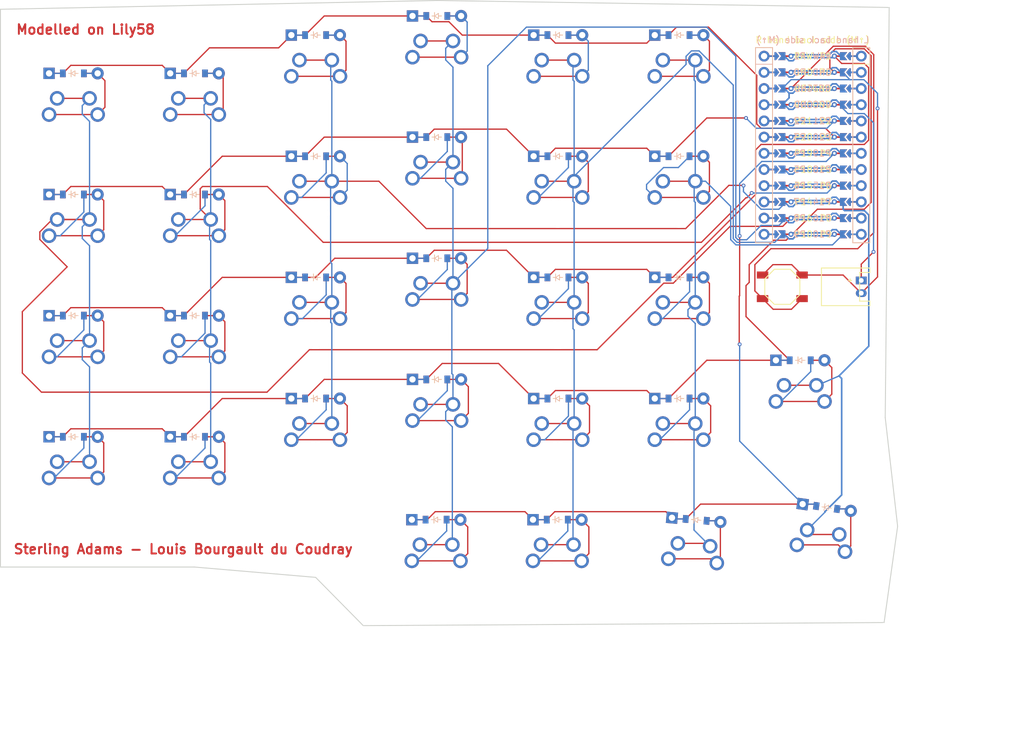
<source format=kicad_pcb>
(kicad_pcb (version 20241229) (generator "pcbnew") (generator_version "9.0")
  (title_block (title "main") (date "2025-10-27") (rev "v1.0.0") (company "Unknown"))
  (layers (0 "F.Cu" signal) (2 "B.Cu" signal) (13 "F.Paste" user) (15 "B.Paste" user) (5 "F.SilkS" user "F.Silkscreen") (7 "B.SilkS" user "B.Silkscreen") (1 "F.Mask" user) (3 "B.Mask" user) (25 "Edge.Cuts" user))
  (net 0 "")
  (net 1 "P16")
  (net 2 "outer_lower")
  (net 3 "outer_home")
  (net 4 "outer_upper")
  (net 5 "outer_num")
  (net 6 "P6")
  (net 7 "pinkie_lower")
  (net 8 "pinkie_home")
  (net 9 "pinkie_upper")
  (net 10 "pinkie_num")
  (net 11 "P7")
  (net 12 "ring_lower")
  (net 13 "ring_home")
  (net 14 "ring_upper")
  (net 15 "ring_num")
  (net 16 "P8")
  (net 17 "middle_lower")
  (net 18 "middle_home")
  (net 19 "middle_upper")
  (net 20 "middle_num")
  (net 21 "P9")
  (net 22 "index_lower")
  (net 23 "index_home")
  (net 24 "index_upper")
  (net 25 "index_num")
  (net 26 "P10")
  (net 27 "inner_lower")
  (net 28 "inner_home")
  (net 29 "inner_upper")
  (net 30 "inner_num")
  (net 31 "P11")
  (net 32 "innest_lower")
  (net 33 "1_top")
  (net 34 "2_top")
  (net 35 "3_top")
  (net 36 "P14")
  (net 37 "4_top")
  (net 38 "P0")
  (net 39 "P1")
  (net 40 "P2")
  (net 41 "P3")
  (net 42 "P4")
  (net 43 "RAW")
  (net 44 "GND")
  (net 45 "RST")
  (net 46 "VCC")
  (net 47 "P21")
  (net 48 "P20")
  (net 49 "P19")
  (net 50 "P18")
  (net 51 "P15")
  (net 52 "P5")
  (net 53 "MCU1_24")
  (net 54 "MCU1_1")
  (net 55 "MCU1_23")
  (net 56 "MCU1_2")
  (net 57 "MCU1_22")
  (net 58 "MCU1_3")
  (net 59 "MCU1_21")
  (net 60 "MCU1_4")
  (net 61 "MCU1_20")
  (net 62 "MCU1_5")
  (net 63 "MCU1_19")
  (net 64 "MCU1_6")
  (net 65 "MCU1_18")
  (net 66 "MCU1_7")
  (net 67 "MCU1_17")
  (net 68 "MCU1_8")
  (net 69 "MCU1_16")
  (net 70 "MCU1_9")
  (net 71 "MCU1_15")
  (net 72 "MCU1_10")
  (net 73 "MCU1_14")
  (net 74 "MCU1_11")
  (net 75 "MCU1_13")
  (net 76 "MCU1_12")
  (footprint "E73:SW_TACT_ALPS_SKQGABE010" (layer "F.Cu") (at 140.7925 62.98)
    (property "Reference" "B1" (hide yes))
    (property "Value" "" (hide yes))
  )
  (footprint "MX" (layer "F.Cu") (at 67.6 51.5)
    (property "Reference" "S11" (hide yes))
    (property "Value" "" (hide yes))
  )
  (footprint "MX" (layer "F.Cu") (at 124.6 51.5)
    (property "Reference" "S23" (hide yes))
    (property "Value" "" (hide yes))
  )
  (footprint "ComboDiode" (layer "F.Cu") (at 29.6 29.5)
    (property "Reference" "D4" (hide yes))
    (property "Value" "" (hide yes))
  )
  (footprint "ComboDiode" (layer "F.Cu") (at 29.6 67.5)
    (property "Reference" "D2" (hide yes))
    (property "Value" "" (hide yes))
  )
  (footprint "ComboDiode" (layer "F.Cu") (at 105.5 99.5)
    (property "Reference" "D27" (hide yes))
    (property "Value" "" (hide yes))
  )
  (footprint "MX" (layer "F.Cu") (at 67.6 70.5)
    (property "Reference" "S10" (hide yes))
    (property "Value" "" (hide yes))
  )
  (footprint "MX" (layer "F.Cu") (at 29.6 57.5)
    (property "Reference" "S3" (hide yes))
    (property "Value" "" (hide yes))
  )
  (footprint "MX" (layer "F.Cu") (at 146.5 106.5 -8)
    (property "Reference" "S29" (hide yes))
    (property "Value" "" (hide yes))
  )
  (footprint "MX" (layer "F.Cu") (at 126.5 108.5 -5)
    (property "Reference" "S28" (hide yes))
    (property "Value" "" (hide yes))
  )
  (footprint "ComboDiode" (layer "F.Cu") (at 143.6 74.5)
    (property "Reference" "D25" (hide yes))
    (property "Value" "" (hide yes))
  )
  (footprint "ComboDiode" (layer "F.Cu") (at 147.752558 97.587587 -8)
    (property "Reference" "D29" (hide yes))
    (property "Value" "" (hide yes))
  )
  (footprint "MX" (layer "F.Cu") (at 124.6 32.5)
    (property "Reference" "S24" (hide yes))
    (property "Value" "" (hide yes))
  )
  (footprint "ComboDiode" (layer "F.Cu") (at 48.6 29.5)
    (property "Reference" "D8" (hide yes))
    (property "Value" "" (hide yes))
  )
  (footprint "ComboDiode" (layer "F.Cu") (at 67.6 80.5)
    (property "Reference" "D9" (hide yes))
    (property "Value" "" (hide yes))
  )
  (footprint "ComboDiode" (layer "F.Cu") (at 86.6 39.5)
    (property "Reference" "D15" (hide yes))
    (property "Value" "" (hide yes))
  )
  (footprint "ComboDiode" (layer "F.Cu") (at 124.6 42.5)
    (property "Reference" "D23" (hide yes))
    (property "Value" "" (hide yes))
  )
  (footprint "ComboDiode" (layer "F.Cu") (at 48.6 48.5)
    (property "Reference" "D7" (hide yes))
    (property "Value" "" (hide yes))
  )
  (footprint "ComboDiode" (layer "F.Cu") (at 86.6 58.5)
    (property "Reference" "D14" (hide yes))
    (property "Value" "" (hide yes))
  )
  (footprint "ComboDiode" (layer "F.Cu") (at 86.6 20.5)
    (property "Reference" "D16" (hide yes))
    (property "Value" "" (hide yes))
  )
  (footprint "MX" (layer "F.Cu") (at 105.6 70.5)
    (property "Reference" "S18" (hide yes))
    (property "Value" "" (hide yes))
  )
  (footprint "MX" (layer "F.Cu") (at 86.6 48.5)
    (property "Reference" "S15" (hide yes))
    (property "Value" "" (hide yes))
  )
  (footprint "MX" (layer "F.Cu") (at 29.6 95.5)
    (property "Reference" "S1" (hide yes))
    (property "Value" "" (hide yes))
  )
  (footprint "MX" (layer "F.Cu") (at 105.5 108.5)
    (property "Reference" "S27" (hide yes))
    (property "Value" "" (hide yes))
  )
  (footprint "MX" (layer "F.Cu") (at 86.6 67.5)
    (property "Reference" "S14" (hide yes))
    (property "Value" "" (hide yes))
  )
  (footprint "MX" (layer "F.Cu") (at 48.6 76.5)
    (property "Reference" "S6" (hide yes))
    (property "Value" "" (hide yes))
  )
  (footprint "MX" (layer "F.Cu") (at 86.6 86.5)
    (property "Reference" "S13" (hide yes))
    (property "Value" "" (hide yes))
  )
  (footprint "MX" (layer "F.Cu") (at 29.6 76.5)
    (property "Reference" "S2" (hide yes))
    (property "Value" "" (hide yes))
  )
  (footprint "ComboDiode" (layer "F.Cu") (at 105.6 80.5)
    (property "Reference" "D17" (hide yes))
    (property "Value" "" (hide yes))
  )
  (footprint "ceoloide:mcu_supermini_nrf52840" (layer "F.Cu") (at 145.555 39.5)
    (property "Reference" "MCU1" (hide yes))
    (property "Value" "")
  )
  (footprint "MX" (layer "F.Cu") (at 29.6 38.5)
    (property "Reference" "S4" (hide yes))
    (property "Value" "" (hide yes))
  )
  (footprint "MX" (layer "F.Cu") (at 86.5 108.5)
    (property "Reference" "S26" (hide yes))
    (property "Value" "" (hide yes))
  )
  (footprint "ComboDiode" (layer "F.Cu") (at 105.6 61.5)
    (property "Reference" "D18" (hide yes))
    (property "Value" "" (hide yes))
  )
  (footprint "ComboDiode" (layer "F.Cu") (at 105.6 42.5)
    (property "Reference" "D19" (hide yes))
    (property "Value" "" (hide yes))
  )
  (footprint "ComboDiode" (layer "F.Cu") (at 29.6 48.5)
    (property "Reference" "D3" (hide yes))
    (property "Value" "" (hide yes))
  )
  (footprint "ComboDiode" (layer "F.Cu") (at 124.6 61.5)
    (property "Reference" "D22" (hide yes))
    (property "Value" "" (hide yes))
  )
  (footprint "MX" (layer "F.Cu") (at 124.6 89.5)
    (property "Reference" "S21" (hide yes))
    (property "Value" "" (hide yes))
  )
  (footprint "ComboDiode" (layer "F.Cu") (at 86.6 77.5)
    (property "Reference" "D13" (hide yes))
    (property "Value" "" (hide yes))
  )
  (footprint "MX" (layer "F.Cu") (at 67.6 89.5)
    (property "Reference" "S9" (hide yes))
    (property "Value" "" (hide yes))
  )
  (footprint "ComboDiode" (layer "F.Cu") (at 48.6 67.5)
    (property "Reference" "D6" (hide yes))
    (property "Value" "" (hide yes))
  )
  (footprint "MX" (layer "F.Cu") (at 105.6 89.5)
    (property "Reference" "S17" (hide yes))
    (property "Value" "" (hide yes))
  )
  (footprint "JST_PH_S2B-PH-K_02x2.00mm_Angled" (layer "F.Cu") (at 153.175 62.98 -90)
    (property "Reference" "JST1" (hide yes))
    (property "Value" "" (hide yes))
  )
  (footprint "MX" (layer "F.Cu") (at 48.6 57.5)
    (property "Reference" "S7" (hide yes))
    (property "Value" "" (hide yes))
  )
  (footprint "ComboDiode" (layer "F.Cu") (at 67.6 23.5)
    (property "Reference" "D12" (hide yes))
    (property "Value" "" (hide yes))
  )
  (footprint "ComboDiode" (layer "F.Cu") (at 105.6 23.5)
    (property "Reference" "D20" (hide yes))
    (property "Value" "" (hide yes))
  )
  (footprint "ComboDiode" (layer "F.Cu") (at 86.5 99.5)
    (property "Reference" "D26" (hide yes))
    (property "Value" "" (hide yes))
  )
  (footprint "MX" (layer "F.Cu") (at 67.6 32.5)
    (property "Reference" "S12" (hide yes))
    (property "Value" "" (hide yes))
  )
  (footprint "ComboDiode" (layer "F.Cu") (at 127.284402 99.534248 -5)
    (property "Reference" "D28" (hide yes))
    (property "Value" "" (hide yes))
  )
  (footprint "MX" (layer "F.Cu") (at 105.6 32.5)
    (property "Reference" "S20" (hide yes))
    (property "Value" "" (hide yes))
  )
  (footprint "MX" (layer "F.Cu") (at 124.6 70.5)
    (property "Reference" "S22" (hide yes))
    (property "Value" "" (hide yes))
  )
  (footprint "ComboDiode" (layer "F.Cu") (at 67.6 42.5)
    (property "Reference" "D11" (hide yes))
    (property "Value" "" (hide yes))
  )
  (footprint "ComboDiode" (layer "F.Cu") (at 29.6 86.5)
    (property "Reference" "D1" (hide yes))
    (property "Value" "" (hide yes))
  )
  (footprint "MX" (layer "F.Cu") (at 48.6 95.5)
    (property "Reference" "S5" (hide yes))
    (property "Value" "" (hide yes))
  )
  (footprint "ComboDiode" (layer "F.Cu") (at 124.6 23.5)
    (property "Reference" "D24" (hide yes))
    (property "Value" "" (hide yes))
  )
  (footprint "MX" (layer "F.Cu") (at 86.6 29.5)
    (property "Reference" "S16" (hide yes))
    (property "Value" "" (hide yes))
  )
  (footprint "ComboDiode" (layer "F.Cu") (at 124.6 80.5)
    (property "Reference" "D21" (hide yes))
    (property "Value" "" (hide yes))
  )
  (footprint "MX" (layer "F.Cu") (at 143.6 83.5)
    (property "Reference" "S25" (hide yes))
    (property "Value" "" (hide yes))
  )
  (footprint "ComboDiode" (layer "F.Cu") (at 48.6 86.5)
    (property "Reference" "D5" (hide yes))
    (property "Value" "" (hide yes))
  )
  (footprint "ComboDiode" (layer "F.Cu") (at 67.6 61.5)
    (property "Reference" "D10" (hide yes))
    (property "Value" "" (hide yes))
  )
  (footprint "MX" (layer "F.Cu") (at 105.6 51.5)
    (property "Reference" "S19" (hide yes))
    (property "Value" "" (hide yes))
  )
  (footprint "MX" (layer "F.Cu") (at 48.6 38.5)
    (property "Reference" "S8" (hide yes))
    (property "Value" "" (hide yes))
  )
  (gr_line (start 149.6 77) (end 146.1 78.5) (stroke (width 0.2)) (layer "B.Cu"))
  (gr_line (start 157.5565 19.165) (end 156.935 83.5) (stroke (width 0.15)) (layer "Edge.Cuts"))
  (gr_line (start 75.07 116.12) (end 67.6 108.55) (stroke (width 0.15)) (layer "Edge.Cuts"))
  (gr_line (start 67.6 108.55) (end 48.6 106.93) (stroke (width 0.15)) (layer "Edge.Cuts"))
  (gr_line (start 156.758265 115.636591) (end 75.07 116.12) (stroke (width 0.15)) (layer "Edge.Cuts"))
  (gr_line (start 86.6 18.07) (end 157.5565 19.165) (stroke (width 0.15)) (layer "Edge.Cuts"))
  (gr_line (start 18.17 19.45) (end 86.6 18.07) (stroke (width 0.15)) (layer "Edge.Cuts"))
  (gr_line (start 158.879263 100.544906) (end 156.758265 115.636591) (stroke (width 0.15)) (layer "Edge.Cuts"))
  (gr_line (start 48.6 106.93) (end 18.17 106.93) (stroke (width 0.15)) (layer "Edge.Cuts"))
  (gr_line (start 18.17 106.93) (end 18.17 19.45) (stroke (width 0.15)) (layer "Edge.Cuts"))
  (gr_line (start 156.935 83.5) (end 158.879263 100.544906) (stroke (width 0.15)) (layer "Edge.Cuts"))
  (gr_text "Modelled on Lily58" (at 20.5 23.5 0) (layer "F.Cu") (effects (font (size 1.5 1.5) (thickness 0.3) (bold yes)) (justify left bottom)))
  (gr_text "Sterling Adams - Louis Bourgault du Coudray\n" (at 20.1 105 0) (layer "F.Cu") (effects (font (size 1.5 1.5) (thickness 0.3) (bold yes)) (justify left bottom)))
  (segment (start 140.78 52.2) (end 142.155 52.2) (width 0.25) (layer "F.Cu") (net 1))
  (segment (start 24.6 79.5) (end 59.973611 79.5) (width 0.2) (layer "F.Cu") (net 1))
  (segment (start 27.06 52.42) (end 32.14 52.42) (width 0.2) (layer "F.Cu") (net 1))
  (segment (start 140.855 53.5) (end 142.155 52.2) (width 0.2) (layer "F.Cu") (net 1))
  (segment (start 27.06 71.42) (end 32.14 71.42) (width 0.2) (layer "F.Cu") (net 1))
  (segment (start 21.6 76.5) (end 24.6 79.5) (width 0.2) (layer "F.Cu") (net 1))
  (segment (start 59.973611 79.5) (end 66.628711 72.8449) (width 0.2) (layer "F.Cu") (net 1))
  (segment (start 26.287875 52.42) (end 24.346 54.361875) (width 0.2) (layer "F.Cu") (net 1))
  (segment (start 21.6 66.873611) (end 21.6 76.5) (width 0.2) (layer "F.Cu") (net 1))
  (segment (start 132.602 53.5) (end 140.855 53.5) (width 0.2) (layer "F.Cu") (net 1))
  (segment (start 32.14 52.42) (end 26.287875 52.42) (width 0.2) (layer "F.Cu") (net 1))
  (segment (start 27.06 33.42) (end 32.14 33.42) (width 0.2) (layer "F.Cu") (net 1))
  (segment (start 24.346 54.361875) (end 24.346 55.562189) (width 0.2) (layer "F.Cu") (net 1))
  (segment (start 24.346 55.562189) (end 28.628711 59.8449) (width 0.2) (layer "F.Cu") (net 1))
  (segment (start 123.701 62.401) (end 132.602 53.5) (width 0.2) (layer "F.Cu") (net 1))
  (segment (start 27.06 90.42) (end 32.14 90.42) (width 0.2) (layer "F.Cu") (net 1))
  (segment (start 122.199 62.401) (end 123.701 62.401) (width 0.2) (layer "F.Cu") (net 1))
  (segment (start 66.628711 72.8449) (end 111.7551 72.8449) (width 0.2) (layer "F.Cu") (net 1))
  (segment (start 28.628711 59.8449) (end 21.6 66.873611) (width 0.2) (layer "F.Cu") (net 1))
  (segment (start 111.7551 72.8449) (end 122.199 62.401) (width 0.2) (layer "F.Cu") (net 1))
  (segment (start 32.14 33.42) (end 30.997 34.563) (width 0.2) (layer "B.Cu") (net 1))
  (segment (start 148.654695 51.475) (end 148.149695 51.98) (width 0.25) (layer "B.Cu") (net 1))
  (segment (start 150.33 52.2) (end 149.980305 52.2) (width 0.25) (layer "B.Cu") (net 1))
  (segment (start 30.997 72.563) (end 30.997 74.397) (width 0.2) (layer "B.Cu") (net 1))
  (segment (start 30.997 55.397) (end 32.14 56.54) (width 0.2) (layer "B.Cu") (net 1))
  (segment (start 30.997 34.563) (end 30.997 35.897) (width 0.2) (layer "B.Cu") (net 1))
  (segment (start 149.255305 51.475) (end 148.654695 51.475) (width 0.25) (layer "B.Cu") (net 1))
  (segment (start 32.14 52.42) (end 30.997 53.563) (width 0.2) (layer "B.Cu") (net 1))
  (segment (start 32.14 71.42) (end 30.997 72.563) (width 0.2) (layer "B.Cu") (net 1))
  (segment (start 30.997 53.563) (end 30.997 55.397) (width 0.2) (layer "B.Cu") (net 1))
  (segment (start 30.997 35.897) (end 32.14 37.04) (width 0.2) (layer "B.Cu") (net 1))
  (segment (start 32.14 75.54) (end 32.14 90.42) (width 0.2) (layer "B.Cu") (net 1))
  (segment (start 148.149695 51.98) (end 142.375 51.98) (width 0.25) (layer "B.Cu") (net 1))
  (segment (start 32.14 37.04) (end 32.14 52.42) (width 0.2) (layer "B.Cu") (net 1))
  (segment (start 30.997 74.397) (end 32.14 75.54) (width 0.2) (layer "B.Cu") (net 1))
  (segment (start 32.14 56.54) (end 32.14 71.42) (width 0.2) (layer "B.Cu") (net 1))
  (segment (start 149.980305 52.2) (end 149.255305 51.475) (width 0.25) (layer "B.Cu") (net 1))
  (segment (start 31.25 86.5) (end 33.41 86.5) (width 0.2) (layer "F.Cu") (net 2))
  (segment (start 34.3625 87.4525) (end 34.3625 92.0075) (width 0.2) (layer "F.Cu") (net 2))
  (segment (start 33.41 86.5) (end 34.3625 87.4525) (width 0.2) (layer "F.Cu") (net 2))
  (segment (start 25.79 92.96) (end 33.41 92.96) (width 0.2) (layer "F.Cu") (net 2))
  (segment (start 34.3625 92.0075) (end 33.41 92.96) (width 0.2) (layer "F.Cu") (net 2))
  (segment (start 26.562125 92.96) (end 25.79 92.96) (width 0.2) (layer "B.Cu") (net 2))
  (segment (start 31.25 88.272125) (end 26.562125 92.96) (width 0.2) (layer "B.Cu") (net 2))
  (segment (start 31.25 86.5) (end 31.25 88.272125) (width 0.2) (layer "B.Cu") (net 2))
  (segment (start 34.3625 73.0075) (end 33.41 73.96) (width 0.2) (layer "F.Cu") (net 3))
  (segment (start 31.25 67.5) (end 33.41 67.5) (width 0.2) (layer "F.Cu") (net 3))
  (segment (start 33.41 67.5) (end 34.3625 68.4525) (width 0.2) (layer "F.Cu") (net 3))
  (segment (start 25.79 73.96) (end 33.41 73.96) (width 0.2) (layer "F.Cu") (net 3))
  (segment (start 34.3625 68.4525) (end 34.3625 73.0075) (width 0.2) (layer "F.Cu") (net 3))
  (segment (start 27.04 73.96) (end 25.79 73.96) (width 0.2) (layer "B.Cu") (net 3))
  (segment (start 31.25 69.75) (end 27.04 73.96) (width 0.2) (layer "B.Cu") (net 3))
  (segment (start 31.25 67.5) (end 31.25 69.75) (width 0.2) (layer "B.Cu") (net 3))
  (segment (start 31.25 48.5) (end 33.41 48.5) (width 0.2) (layer "F.Cu") (net 4))
  (segment (start 33.41 48.5) (end 34.3625 49.4525) (width 0.2) (layer "F.Cu") (net 4))
  (segment (start 34.3625 54.0075) (end 33.41 54.96) (width 0.2) (layer "F.Cu") (net 4))
  (segment (start 25.79 54.96) (end 33.41 54.96) (width 0.2) (layer "F.Cu") (net 4))
  (segment (start 34.3625 49.4525) (end 34.3625 54.0075) (width 0.2) (layer "F.Cu") (net 4))
  (segment (start 31.25 51.25) (end 27.54 54.96) (width 0.2) (layer "B.Cu") (net 4))
  (segment (start 27.54 54.96) (end 25.79 54.96) (width 0.2) (layer "B.Cu") (net 4))
  (segment (start 31.25 48.5) (end 31.25 51.25) (width 0.2) (layer "B.Cu") (net 4))
  (segment (start 25.79 35.96) (end 33.41 35.96) (width 0.2) (layer "F.Cu") (net 5))
  (segment (start 33.41 35.96) (end 34.553 34.817) (width 0.2) (layer "F.Cu") (net 5))
  (segment (start 34.553 34.817) (end 34.553 30.643) (width 0.2) (layer "F.Cu") (net 5))
  (segment (start 34.553 30.643) (end 33.41 29.5) (width 0.2) (layer "F.Cu") (net 5))
  (segment (start 33.41 29.5) (end 31.25 29.5) (width 0.2) (layer "F.Cu") (net 5))
  (segment (start 31.25 29.5) (end 33.41 29.5) (width 0.2) (layer "B.Cu") (net 5))
  (segment (start 135.1 49) (end 128.1 56) (width 0.2) (layer "F.Cu") (net 6))
  (segment (start 46.06 52.42) (end 51.14 52.42) (width 0.2) (layer "F.Cu") (net 6))
  (segment (start 49.499 50.779) (end 51.14 52.42) (width 0.2) (layer "F.Cu") (net 6))
  (segment (start 46.06 90.42) (end 51.14 90.42) (width 0.2) (layer "F.Cu") (net 6))
  (segment (start 60.030311 47.2465) (end 49.8515 47.2465) (width 0.2) (layer "F.Cu") (net 6))
  (segment (start 49.8515 47.2465) (end 49.499 47.599) (width 0.2) (layer "F.Cu") (net 6))
  (segment (start 49.499 47.599) (end 49.499 50.779) (width 0.2) (layer "F.Cu") (net 6))
  (segment (start 135.990235 48.261235) (end 135.25147 49) (width 0.2) (layer "F.Cu") (net 6))
  (segment (start 135.25147 49) (end 135.1 49) (width 0.2) (layer "F.Cu") (net 6))
  (segment (start 46.06 33.42) (end 51.14 33.42) (width 0.2) (layer "F.Cu") (net 6))
  (segment (start 46.06 71.42) (end 51.14 71.42) (width 0.2) (layer "F.Cu") (net 6))
  (segment (start 128.1 56) (end 68.783811 56) (width 0.2) (layer "F.Cu") (net 6))
  (segment (start 150.33 47.12) (end 148.955 47.12) (width 0.25) (layer "F.Cu") (net 6))
  (segment (start 68.783811 56) (end 60.030311 47.2465) (width 0.2) (layer "F.Cu") (net 6))
  (via (at 135.990235 48.261235) (size 0.6) (drill 0.3) (layers "F.Cu" "B.Cu") (net 6))
  (segment (start 147.804 48.271) (end 148.955 47.12) (width 0.2) (layer "B.Cu") (net 6))
  (segment (start 135.990235 48.261235) (end 136 48.271) (width 0.2) (layer "B.Cu") (net 6))
  (segment (start 50.966 55.558125) (end 50.966 52.594) (width 0.2) (layer "B.Cu") (net 6))
  (segment (start 142.455305 47.845) (end 142.950305 47.35) (width 0.25) (layer "B.Cu") (net 6))
  (segment (start 50.1 35.692125) (end 50.1 34.46) (width 0.2) (layer "B.Cu") (net 6))
  (segment (start 51.14 36.732125) (end 50.1 35.692125) (width 0.2) (layer "B.Cu") (net 6))
  (segment (start 51.14 74.959999) (end 50.966 74.785999) (width 0.2) (layer "B.Cu") (net 6))
  (segment (start 50.966 74.785999) (end 50.966 71.594) (width 0.2) (layer "B.Cu") (net 6))
  (segment (start 142.950305 47.35) (end 148.725 47.35) (width 0.25) (layer "B.Cu") (net 6))
  (segment (start 51.14 52.42) (end 51.14 36.732125) (width 0.2) (layer "B.Cu") (net 6))
  (segment (start 141.129695 47.12) (end 141.854695 47.845) (width 0.25) (layer "B.Cu") (net 6))
  (segment (start 50.966 52.594) (end 51.14 52.42) (width 0.2) (layer "B.Cu") (net 6))
  (segment (start 141.854695 47.845) (end 142.455305 47.845) (width 0.25) (layer "B.Cu") (net 6))
  (segment (start 50.966 71.594) (end 51.14 71.42) (width 0.2) (layer "B.Cu") (net 6))
  (segment (start 51.14 90.42) (end 51.14 74.959999) (width 0.2) (layer "B.Cu") (net 6))
  (segment (start 50.1 34.46) (end 51.14 33.42) (width 0.2) (layer "B.Cu") (net 6))
  (segment (start 136 48.271) (end 147.804 48.271) (width 0.2) (layer "B.Cu") (net 6))
  (segment (start 51.14 55.732125) (end 50.966 55.558125) (width 0.2) (layer "B.Cu") (net 6))
  (segment (start 140.78 47.12) (end 141.129695 47.12) (width 0.25) (layer "B.Cu") (net 6))
  (segment (start 51.14 71.42) (end 51.14 55.732125) (width 0.2) (layer "B.Cu") (net 6))
  (segment (start 53.3625 92.0075) (end 52.41 92.96) (width 0.2) (layer "F.Cu") (net 7))
  (segment (start 53.3625 87.4525) (end 53.3625 92.0075) (width 0.2) (layer "F.Cu") (net 7))
  (segment (start 44.79 92.96) (end 52.41 92.96) (width 0.2) (layer "F.Cu") (net 7))
  (segment (start 50.25 86.5) (end 52.41 86.5) (width 0.2) (layer "F.Cu") (net 7))
  (segment (start 52.41 86.5) (end 53.3625 87.4525) (width 0.2) (layer "F.Cu") (net 7))
  (segment (start 50.25 88.272125) (end 45.562125 92.96) (width 0.2) (layer "B.Cu") (net 7))
  (segment (start 50.25 86.5) (end 50.25 88.272125) (width 0.2) (layer "B.Cu") (net 7))
  (segment (start 45.562125 92.96) (end 44.79 92.96) (width 0.2) (layer "B.Cu") (net 7))
  (segment (start 50.25 86.5) (end 50.5 86.5) (width 0.2) (layer "B.Cu") (net 7))
  (segment (start 50.25 67.5) (end 52.41 67.5) (width 0.2) (layer "F.Cu") (net 8))
  (segment (start 53.3625 73.0075) (end 52.41 73.96) (width 0.2) (layer "F.Cu") (net 8))
  (segment (start 44.79 73.96) (end 52.41 73.96) (width 0.2) (layer "F.Cu") (net 8))
  (segment (start 53.3625 68.4525) (end 53.3625 73.0075) (width 0.2) (layer "F.Cu") (net 8))
  (segment (start 52.41 67.5) (end 53.3625 68.4525) (width 0.2) (layer "F.Cu") (net 8))
  (segment (start 46.54 73.96) (end 44.79 73.96) (width 0.2) (layer "B.Cu") (net 8))
  (segment (start 50.25 67.5) (end 50.25 70.25) (width 0.2) (layer "B.Cu") (net 8))
  (segment (start 50.25 70.25) (end 46.54 73.96) (width 0.2) (layer "B.Cu") (net 8))
  (segment (start 52.41 48.5) (end 53.3625 49.4525) (width 0.2) (layer "F.Cu") (net 9))
  (segment (start 53.3625 49.4525) (end 53.3625 54.0075) (width 0.2) (layer "F.Cu") (net 9))
  (segment (start 44.79 54.96) (end 52.41 54.96) (width 0.2) (layer "F.Cu") (net 9))
  (segment (start 53.3625 54.0075) (end 52.41 54.96) (width 0.2) (layer "F.Cu") (net 9))
  (segment (start 50.25 48.5) (end 52.41 48.5) (width 0.2) (layer "F.Cu") (net 9))
  (segment (start 50.25 50.272125) (end 45.562125 54.96) (width 0.2) (layer "B.Cu") (net 9))
  (segment (start 50.25 48.5) (end 50.25 50.272125) (width 0.2) (layer "B.Cu") (net 9))
  (segment (start 45.562125 54.96) (end 44.79 54.96) (width 0.2) (layer "B.Cu") (net 9))
  (segment (start 44.79 35.96) (end 52.41 35.96) (width 0.2) (layer "F.Cu") (net 10))
  (segment (start 52.41 29.5) (end 53.1 30.19) (width 0.2) (layer "F.Cu") (net 10))
  (segment (start 53.1 35.27) (end 52.41 35.96) (width 0.2) (layer "F.Cu") (net 10))
  (segment (start 50.25 29.5) (end 52.41 29.5) (width 0.2) (layer "F.Cu") (net 10))
  (segment (start 53.1 30.19) (end 53.1 35.27) (width 0.2) (layer "F.Cu") (net 10))
  (segment (start 50.25 29.5) (end 52.41 29.5) (width 0.2) (layer "B.Cu") (net 10))
  (segment (start 65.06 65.42) (end 70.14 65.42) (width 0.2) (layer "F.Cu") (net 11))
  (segment (start 150.33 49.66) (end 148.955 49.66) (width 0.25) (layer "F.Cu") (net 11))
  (segment (start 134.7 47.101827) (end 134.666058 47.067885) (width 0.2) (layer "F.Cu") (net 11))
  (segment (start 132.412372 47.067885) (end 125.635357 53.8449) (width 0.2) (layer "F.Cu") (net 11))
  (segment (start 77.52 46.42) (end 70.14 46.42) (width 0.2) (layer "F.Cu") (net 11))
  (segment (start 84.9449 53.8449) (end 77.52 46.42) (width 0.2) (layer "F.Cu") (net 11))
  (segment (start 65.06 27.42) (end 70.14 27.42) (width 0.2) (layer "F.Cu") (net 11))
  (segment (start 65.06 46.42) (end 70.14 46.42) (width 0.2) (layer "F.Cu") (net 11))
  (segment (start 134.666058 47.067885) (end 132.412372 47.067885) (width 0.2) (layer "F.Cu") (net 11))
  (segment (start 65.06 84.42) (end 70.14 84.42) (width 0.2) (layer "F.Cu") (net 11))
  (segment (start 125.635357 53.8449) (end 84.9449 53.8449) (width 0.2) (layer "F.Cu") (net 11))
  (via (at 134.7 47.101827) (size 0.6) (drill 0.3) (layers "F.Cu" "B.Cu") (net 11))
  (segment (start 69.966 27.594) (end 70.14 27.42) (width 0.2) (layer "B.Cu") (net 11))
  (segment (start 137.45824 50.811) (end 140.259 50.811) (width 0.2) (layer "B.Cu") (net 11))
  (segment (start 141.854695 50.385) (end 142.455305 50.385) (width 0.25) (layer "B.Cu") (net 11))
  (segment (start 142.455305 50.385) (end 142.950305 49.89) (width 0.25) (layer "B.Cu") (net 11))
  (segment (start 70.14 30.732125) (end 69.966 30.558125) (width 0.2) (layer "B.Cu") (net 11))
  (segment (start 69.9449 46.6151) (end 69.9449 59.1531) (width 0.2) (layer "B.Cu") (net 11))
  (segment (start 134.7 47.101827) (end 134.7 48.05276) (width 0.2) (layer "B.Cu") (net 11))
  (segment (start 69.966 30.558125) (end 69.966 27.594) (width 0.2) (layer "B.Cu") (net 11))
  (segment (start 142.950305 49.89) (end 148.725 49.89) (width 0.25) (layer "B.Cu") (net 11))
  (segment (start 141.129695 49.66) (end 141.854695 50.385) (width 0.25) (layer "B.Cu") (net 11))
  (segment (start 69.9449 59.1531) (end 70.14 59.3482) (width 0.2) (layer "B.Cu") (net 11))
  (segment (start 140.259 50.811) (end 140.78 50.29) (width 0.2) (layer "B.Cu") (net 11))
  (segment (start 70.14 46.42) (end 70.14 30.732125) (width 0.2) (layer "B.Cu") (net 11))
  (segment (start 70.14 59.3482) (end 70.14 65.42) (width 0.2) (layer "B.Cu") (net 11))
  (segment (start 70.14 46.42) (end 69.9449 46.6151) (width 0.2) (layer "B.Cu") (net 11))
  (segment (start 140.78 49.66) (end 141.129695 49.66) (width 0.25) (layer "B.Cu") (net 11))
  (segment (start 134.7 48.05276) (end 137.45824 50.811) (width 0.2) (layer "B.Cu") (net 11))
  (segment (start 140.78 50.29) (end 140.78 49.66) (width 0.2) (layer "B.Cu") (net 11))
  (segment (start 69.966 65.594) (end 70.14 65.42) (width 0.2) (layer "B.Cu") (net 11))
  (segment (start 70.14 68.732125) (end 69.966 68.558125) (width 0.2) (layer "B.Cu") (net 11))
  (segment (start 70.14 84.42) (end 70.14 68.732125) (width 0.2) (layer "B.Cu") (net 11))
  (segment (start 69.966 68.558125) (end 69.966 65.594) (width 0.2) (layer "B.Cu") (net 11))
  (segment (start 71.41 86.96) (end 72.553 85.817) (width 0.2) (layer "F.Cu") (net 12))
  (segment (start 72.553 85.817) (end 72.553 81.643) (width 0.2) (layer "F.Cu") (net 12))
  (segment (start 71.41 80.5) (end 69.25 80.5) (width 0.2) (layer "F.Cu") (net 12))
  (segment (start 63.79 86.96) (end 71.41 86.96) (width 0.2) (layer "F.Cu") (net 12))
  (segment (start 72.553 81.643) (end 71.41 80.5) (width 0.2) (layer "F.Cu") (net 12))
  (segment (start 69.25 82.272125) (end 64.562125 86.96) (width 0.2) (layer "B.Cu") (net 12))
  (segment (start 64.562125 86.96) (end 63.79 86.96) (width 0.2) (layer "B.Cu") (net 12))
  (segment (start 69.25 80.5) (end 69.25 82.272125) (width 0.2) (layer "B.Cu") (net 12))
  (segment (start 72.3625 67.0075) (end 71.41 67.96) (width 0.2) (layer "F.Cu") (net 13))
  (segment (start 63.79 67.96) (end 71.41 67.96) (width 0.2) (layer "F.Cu") (net 13))
  (segment (start 72.3625 62.4525) (end 72.3625 67.0075) (width 0.2) (layer "F.Cu") (net 13))
  (segment (start 71.41 61.5) (end 72.3625 62.4525) (width 0.2) (layer "F.Cu") (net 13))
  (segment (start 69.25 61.5) (end 71.41 61.5) (width 0.2) (layer "F.Cu") (net 13))
  (segment (start 69.25 61.5) (end 69.25 64.25) (width 0.2) (layer "B.Cu") (net 13))
  (segment (start 65.54 67.96) (end 63.79 67.96) (width 0.2) (layer "B.Cu") (net 13))
  (segment (start 69.25 64.25) (end 65.54 67.96) (width 0.2) (layer "B.Cu") (net 13))
  (segment (start 71.41 42.5) (end 69.25 42.5) (width 0.2) (layer "F.Cu") (net 14))
  (segment (start 63.79 48.96) (end 71.41 48.96) (width 0.2) (layer "F.Cu") (net 14))
  (segment (start 69.25 42.5) (end 69.25 45.116446) (width 0.2) (layer "B.Cu") (net 14))
  (segment (start 72.553 47.817) (end 72.553 43.643) (width 0.2) (layer "B.Cu") (net 14))
  (segment (start 69.25 45.116446) (end 65.406446 48.96) (width 0.2) (layer "B.Cu") (net 14))
  (segment (start 72.553 43.643) (end 71.41 42.5) (width 0.2) (layer "B.Cu") (net 14))
  (segment (start 65.406446 48.96) (end 63.79 48.96) (width 0.2) (layer "B.Cu") (net 14))
  (segment (start 71.41 48.96) (end 72.553 47.817) (width 0.2) (layer "B.Cu") (net 14))
  (segment (start 72.3625 24.4525) (end 72.3625 29.0075) (width 0.2) (layer "F.Cu") (net 15))
  (segment (start 72.3625 29.0075) (end 71.41 29.96) (width 0.2) (layer "F.Cu") (net 15))
  (segment (start 63.79 29.96) (end 71.41 29.96) (width 0.2) (layer "F.Cu") (net 15))
  (segment (start 71.41 23.5) (end 72.3625 24.4525) (width 0.2) (layer "F.Cu") (net 15))
  (segment (start 69.25 23.5) (end 71.41 23.5) (width 0.2) (layer "F.Cu") (net 15))
  (segment (start 69.25 23.5) (end 71.41 23.5) (width 0.2) (layer "B.Cu") (net 15))
  (segment (start 84.06 43.42) (end 89.14 43.42) (width 0.2) (layer "F.Cu") (net 16))
  (segment (start 150.33 52.2) (end 148.955 52.2) (width 0.25) (layer "F.Cu") (net 16))
  (segment (start 84.06 24.42) (end 89.14 24.42) (width 0.2) (layer "F.Cu") (net 16))
  (segment (start 84.06 81.42) (end 89.14 81.42) (width 0.2) (layer "F.Cu") (net 16))
  (segment (start 83.96 103.42) (end 89.04 103.42) (width 0.2) (layer "F.Cu") (net 16))
  (segment (start 84.06 62.42) (end 89.14 62.42) (width 0.2) (layer "F.Cu") (net 16))
  (segment (start 133.499 26.816283) (end 133.499 55.248943) (width 0.2) (layer "B.Cu") (net 16))
  (segment (start 128.929217 22.2465) (end 133.499 26.816283) (width 0.2) (layer "B.Cu") (net 16))
  (segment (start 89.14 28.54) (end 89.14 43.42) (width 0.2) (layer "B.Cu") (net 16))
  (segment (start 89.14 47.54) (end 89.14 62.42) (width 0.2) (layer "B.Cu") (net 16))
  (segment (start 133.499 55.248943) (end 133.851057 55.601) (width 0.2) (layer "B.Cu") (net 16))
  (segment (start 87.997 46.397) (end 89.14 47.54) (width 0.2) (layer "B.Cu") (net 16))
  (segment (start 94.6 28.31) (end 100.6635 22.2465) (width 0.2) (layer "B.Cu") (net 16))
  (segment (start 140.259 53.351) (end 140.78 52.83) (width 0.2) (layer "B.Cu") (net 16))
  (segment (start 142.950305 52.43) (end 148.725 52.43) (width 0.25) (layer "B.Cu") (net 16))
  (segment (start 133.851057 55.601) (end 135.20824 55.601) (width 0.2) (layer "B.Cu") (net 16))
  (segment (start 87.997 27.397) (end 89.14 28.54) (width 0.2) (layer "B.Cu") (net 16))
  (segment (start 89.14 24.42) (end 87.997 25.563) (width 0.2) (layer "B.Cu") (net 16))
  (segment (start 89.14 76.773) (end 89.14 81.42) (width 0.2) (layer "B.Cu") (net 16))
  (segment (start 89.14 62.42) (end 88.966 62.594) (width 0.2) (layer "B.Cu") (net 16))
  (segment (start 137.45824 53.351) (end 140.259 53.351) (width 0.2) (layer "B.Cu") (net 16))
  (segment (start 87.997 83.897) (end 89.04 84.94) (width 0.2) (layer "B.Cu") (net 16))
  (segment (start 89.14 81.42) (end 87.997 82.563) (width 0.2) (layer "B.Cu") (net 16))
  (segment (start 89.14 62.42) (end 94.6 56.96) (width 0.2) (layer "B.Cu") (net 16))
  (segment (start 140.78 52.83) (end 140.78 52.2) (width 0.2) (layer "B.Cu") (net 16))
  (segment (start 87.997 25.563) (end 87.997 27.397) (width 0.2) (layer "B.Cu") (net 16))
  (segment (start 94.6 56.96) (end 94.6 28.31) (width 0.2) (layer "B.Cu") (net 16))
  (segment (start 100.6635 22.2465) (end 128.929217 22.2465) (width 0.2) (layer "B.Cu") (net 16))
  (segment (start 89.04 84.94) (end 89.04 103.42) (width 0.2) (layer "B.Cu") (net 16))
  (segment (start 140.78 52.2) (end 141.129695 52.2) (width 0.25) (layer "B.Cu") (net 16))
  (segment (start 87.997 44.563) (end 87.997 46.397) (width 0.2) (layer "B.Cu") (net 16))
  (segment (start 88.966 62.594) (end 88.966 76.599) (width 0.2) (layer "B.Cu") (net 16))
  (segment (start 135.20824 55.601) (end 137.45824 53.351) (width 0.2) (layer "B.Cu") (net 16))
  (segment (start 142.455305 52.925) (end 142.950305 52.43) (width 0.25) (layer "B.Cu") (net 16))
  (segment (start 141.129695 52.2) (end 141.854695 52.925) (width 0.25) (layer "B.Cu") (net 16))
  (segment (start 141.854695 52.925) (end 142.455305 52.925) (width 0.25) (layer "B.Cu") (net 16))
  (segment (start 89.14 43.42) (end 87.997 44.563) (width 0.2) (layer "B.Cu") (net 16))
  (segment (start 88.966 76.599) (end 89.14 76.773) (width 0.2) (layer "B.Cu") (net 16))
  (segment (start 87.997 82.563) (end 87.997 83.897) (width 0.2) (layer "B.Cu") (net 16))
  (segment (start 91.553 78.643) (end 90.41 77.5) (width 0.2) (layer "F.Cu") (net 17))
  (segment (start 91.553 82.817) (end 91.553 78.643) (width 0.2) (layer "F.Cu") (net 17))
  (segment (start 90.41 77.5) (end 88.25 77.5) (width 0.2) (layer "F.Cu") (net 17))
  (segment (start 82.79 83.96) (end 90.41 83.96) (width 0.2) (layer "F.Cu") (net 17))
  (segment (start 90.41 83.96) (end 91.553 82.817) (width 0.2) (layer "F.Cu") (net 17))
  (segment (start 88.25 79.272125) (end 83.562125 83.96) (width 0.2) (layer "B.Cu") (net 17))
  (segment (start 83.562125 83.96) (end 82.79 83.96) (width 0.2) (layer "B.Cu") (net 17))
  (segment (start 88.25 77.5) (end 88.25 79.272125) (width 0.2) (layer "B.Cu") (net 17))
  (segment (start 91.3625 64.0075) (end 90.41 64.96) (width 0.2) (layer "F.Cu") (net 18))
  (segment (start 90.41 58.5) (end 91.3625 59.4525) (width 0.2) (layer "F.Cu") (net 18))
  (segment (start 88.25 58.5) (end 90.41 58.5) (width 0.2) (layer "F.Cu") (net 18))
  (segment (start 91.3625 59.4525) (end 91.3625 64.0075) (width 0.2) (layer "F.Cu") (net 18))
  (segment (start 82.79 64.96) (end 90.41 64.96) (width 0.2) (layer "F.Cu") (net 18))
  (segment (start 83.562125 64.96) (end 82.79 64.96) (width 0.2) (layer "B.Cu") (net 18))
  (segment (start 88.25 58.5) (end 88.25 60.272125) (width 0.2) (layer "B.Cu") (net 18))
  (segment (start 88.25 60.272125) (end 83.562125 64.96) (width 0.2) (layer "B.Cu") (net 18))
  (segment (start 90.41 39.5) (end 88.25 39.5) (width 0.2) (layer "F.Cu") (net 19))
  (segment (start 90.41 45.96) (end 90.6 45.77) (width 0.2) (layer "F.Cu") (net 19))
  (segment (start 82.79 45.96) (end 90.41 45.96) (width 0.2) (layer "F.Cu") (net 19))
  (segment (start 90.6 45.77) (end 90.6 39.69) (width 0.2) (layer "F.Cu") (net 19))
  (segment (start 90.6 39.69) (end 90.41 39.5) (width 0.2) (layer "F.Cu") (net 19))
  (segment (start 88.25 39.5) (end 88.25 41.75) (width 0.2) (layer "B.Cu") (net 19))
  (segment (start 88.25 41.75) (end 84.04 45.96) (width 0.2) (layer "B.Cu") (net 19))
  (segment (start 84.04 45.96) (end 82.79 45.96) (width 0.2) (layer "B.Cu") (net 19))
  (segment (start 88.25 20.5) (end 90.41 20.5) (width 0.2) (layer "F.Cu") (net 20))
  (segment (start 82.79 26.96) (end 90.41 26.96) (width 0.2) (layer "F.Cu") (net 20))
  (segment (start 91.3625 26.0075) (end 90.41 26.96) (width 0.2) (layer "B.Cu") (net 20))
  (segment (start 90.41 20.5) (end 91.3625 21.4525) (width 0.2) (layer "B.Cu") (net 20))
  (segment (start 88.25 20.5) (end 90.41 20.5) (width 0.2) (layer "B.Cu") (net 20))
  (segment (start 91.3625 21.4525) (end 91.3625 26.0075) (width 0.2) (layer "B.Cu") (net 20))
  (segment (start 103.06 27.42) (end 108.14 27.42) (width 0.2) (layer "F.Cu") (net 21))
  (segment (start 103.06 65.42) (end 108.14 65.42) (width 0.2) (layer "F.Cu") (net 21))
  (segment (start 103.06 46.42) (end 108.14 46.42) (width 0.2) (layer "F.Cu") (net 21))
  (segment (start 102.96 103.42) (end 108.04 103.42) (width 0.2) (layer "F.Cu") (net 21))
  (segment (start 150.33 54.74) (end 148.955 54.74) (width 0.25) (layer "F.Cu") (net 21))
  (segment (start 103.06 84.42) (end 108.14 84.42) (width 0.2) (layer "F.Cu") (net 21))
  (segment (start 107.966 30.558125) (end 107.966 27.594) (width 0.2) (layer "B.Cu") (net 21))
  (segment (start 133.098 55.415043) (end 133.684957 56.002) (width 0.2) (layer "B.Cu") (net 21))
  (segment (start 108.14 65.42) (end 108.14 49.732125) (width 0.2) (layer "B.Cu") (net 21))
  (segment (start 108.14 49.732125) (end 107.966 49.558125) (width 0.2) (layer "B.Cu") (net 21))
  (segment (start 107.966 46.594) (end 108.14 46.42) (width 0.2) (layer "B.Cu") (net 21))
  (segment (start 108.14 69.723811) (end 107.966 69.549811) (width 0.2) (layer "B.Cu") (net 21))
  (segment (start 107.966 27.594) (end 108.14 27.42) (width 0.2) (layer "B.Cu") (net 21))
  (segment (start 108.14 46.42) (end 108.14 30.732125) (width 0.2) (layer "B.Cu") (net 21))
  (segment (start 107.966 65.594) (end 108.14 65.42) (width 0.2) (layer "B.Cu") (net 21))
  (segment (start 142.950305 54.97) (end 148.725 54.97) (width 0.25) (layer "B.Cu") (net 21))
  (segment (start 107.966 84.594) (end 108.14 84.42) (width 0.2) (layer "B.Cu") (net 21))
  (segment (start 107.966 49.558125) (end 107.966 46.594) (width 0.2) (layer "B.Cu") (net 21))
  (segment (start 141.854695 55.465) (end 142.455305 55.465) (width 0.25) (layer "B.Cu") (net 21))
  (segment (start 125.696 26.821875) (end 126.541875 25.976) (width 0.2) (layer "B.Cu") (net 21))
  (segment (start 133.098 31.335875) (end 133.098 55.415043) (width 0.2) (layer "B.Cu") (net 21))
  (segment (start 108.14 45.643811) (end 125.696 28.087811) (width 0.2) (layer "B.Cu") (net 21))
  (segment (start 108.14 84.42) (end 108.14 69.723811) (width 0.2) (layer "B.Cu") (net 21))
  (segment (start 108.14 46.42) (end 108.14 45.643811) (width 0.2) (layer "B.Cu") (net 21))
  (segment (start 107.966 69.549811) (end 107.966 65.594) (width 0.2) (layer "B.Cu") (net 21))
  (segment (start 140.78 54.74) (end 141.129695 54.74) (width 0.25) (layer "B.Cu") (net 21))
  (segment (start 126.541875 25.976) (end 127.738125 25.976) (width 0.2) (layer "B.Cu") (net 21))
  (segment (start 108.04 103.42) (end 107.966 103.346) (width 0.2) (layer "B.Cu") (net 21))
  (segment (start 139.600707 56.002) (end 140.78 54.822707) (width 0.2) (layer "B.Cu") (net 21))
  (segment (start 142.455305 55.465) (end 142.950305 54.97) (width 0.25) (layer "B.Cu") (net 21))
  (segment (start 125.696 28.087811) (end 125.696 26.821875) (width 0.2) (layer "B.Cu") (net 21))
  (segment (start 107.966 103.346) (end 107.966 84.594) (width 0.2) (layer "B.Cu") (net 21))
  (segment (start 133.684957 56.002) (end 139.600707 56.002) (width 0.2) (layer "B.Cu") (net 21))
  (segment (start 140.78 54.822707) (end 140.78 54.74) (width 0.2) (layer "B.Cu") (net 21))
  (segment (start 141.129695 54.74) (end 141.854695 55.465) (width 0.25) (layer "B.Cu") (net 21))
  (segment (start 127.738125 25.976) (end 133.098 31.335875) (width 0.2) (layer "B.Cu") (net 21))
  (segment (start 108.14 30.732125) (end 107.966 30.558125) (width 0.2) (layer "B.Cu") (net 21))
  (segment (start 110.553 85.817) (end 110.553 81.643) (width 0.2) (layer "F.Cu") (net 22))
  (segment (start 101.79 86.96) (end 109.41 86.96) (width 0.2) (layer "F.Cu") (net 22))
  (segment (start 110.553 81.643) (end 109.41 80.5) (width 0.2) (layer "F.Cu") (net 22))
  (segment (start 109.41 86.96) (end 110.553 85.817) (width 0.2) (layer "F.Cu") (net 22))
  (segment (start 109.41 80.5) (end 107.25 80.5) (width 0.2) (layer "F.Cu") (net 22))
  (segment (start 103.54 86.96) (end 101.79 86.96) (width 0.2) (layer "B.Cu") (net 22))
  (segment (start 107.25 80.5) (end 107.25 83.25) (width 0.2) (layer "B.Cu") (net 22))
  (segment (start 107.25 83.25) (end 103.54 86.96) (width 0.2) (layer "B.Cu") (net 22))
  (segment (start 110.3625 67.0075) (end 109.41 67.96) (width 0.2) (layer "F.Cu") (net 23))
  (segment (start 109.41 61.5) (end 110.3625 62.4525) (width 0.2) (layer "F.Cu") (net 23))
  (segment (start 110.3625 62.4525) (end 110.3625 67.0075) (width 0.2) (layer "F.Cu") (net 23))
  (segment (start 107.25 61.5) (end 109.41 61.5) (width 0.2) (layer "F.Cu") (net 23))
  (segment (start 101.79 67.96) (end 109.41 67.96) (width 0.2) (layer "F.Cu") (net 23))
  (segment (start 107.25 61.5) (end 107.25 63.272125) (width 0.2) (layer "B.Cu") (net 23))
  (segment (start 102.562125 67.96) (end 101.79 67.96) (width 0.2) (layer "B.Cu") (net 23))
  (segment (start 107.25 63.272125) (end 102.562125 67.96) (width 0.2) (layer "B.Cu") (net 23))
  (segment (start 101.79 48.96) (end 109.41 48.96) (width 0.2) (layer "F.Cu") (net 24))
  (segment (start 110.3625 43.4525) (end 110.3625 48.0075) (width 0.2) (layer "F.Cu") (net 24))
  (segment (start 107.25 42.5) (end 109.41 42.5) (width 0.2) (layer "F.Cu") (net 24))
  (segment (start 110.3625 48.0075) (end 109.41 48.96) (width 0.2) (layer "F.Cu") (net 24))
  (segment (start 109.41 42.5) (end 110.3625 43.4525) (width 0.2) (layer "F.Cu") (net 24))
  (segment (start 102.562125 48.96) (end 101.79 48.96) (width 0.2) (layer "B.Cu") (net 24))
  (segment (start 107.25 44.272125) (end 102.562125 48.96) (width 0.2) (layer "B.Cu") (net 24))
  (segment (start 107.25 42.5) (end 107.25 44.272125) (width 0.2) (layer "B.Cu") (net 24))
  (segment (start 107.25 23.5) (end 109.41 23.5) (width 0.2) (layer "F.Cu") (net 25))
  (segment (start 101.79 29.96) (end 109.41 29.96) (width 0.2) (layer "F.Cu") (net 25))
  (segment (start 110.3625 29.0075) (end 109.41 29.96) (width 0.2) (layer "B.Cu") (net 25))
  (segment (start 110.3625 24.4525) (end 110.3625 29.0075) (width 0.2) (layer "B.Cu") (net 25))
  (segment (start 107.25 23.5) (end 109.41 23.5) (width 0.2) (layer "B.Cu") (net 25))
  (segment (start 109.41 23.5) (end 110.3625 24.4525) (width 0.2) (layer "B.Cu") (net 25))
  (segment (start 129.030334 103.217955) (end 129.473086 103.660707) (width 0.2) (layer "F.Cu") (net 26))
  (segment (start 140.78 54.74) (end 142.155 54.74) (width 0.25) (layer "F.Cu") (net 26))
  (segment (start 122.06 84.42) (end 127.14 84.42) (width 0.2) (layer "F.Cu") (net 26))
  (segment (start 122.06 65.42) (end 127.14 65.42) (width 0.2) (layer "F.Cu") (net 26))
  (segment (start 124.412417 103.217955) (end 129.030334 103.217955) (width 0.2) (layer "F.Cu") (net 26))
  (segment (start 122.06 46.42) (end 127.14 46.42) (width 0.2) (layer "F.Cu") (net 26))
  (segment (start 122.06 27.42) (end 127.14 27.42) (width 0.2) (layer "F.Cu") (net 26))
  (segment (start 126.966 46.594) (end 127.14 46.42) (width 0.2) (layer "B.Cu") (net 26))
  (segment (start 132.697 50.360554) (end 132.697 55.581143) (width 0.2) (layer "B.Cu") (net 26))
  (segment (start 126.966 49.558125) (end 126.966 46.594) (width 0.2) (layer "B.Cu") (net 26))
  (segment (start 127.14 68.732125) (end 125.997 67.589125) (width 0.2) (layer "B.Cu") (net 26))
  (segment (start 133.518857 56.403) (end 148.667 56.403) (width 0.2) (layer "B.Cu") (net 26))
  (segment (start 149.255305 54.015) (end 148.654695 54.015) (width 0.25) (layer "B.Cu") (net 26))
  (segment (start 125.997 66.563) (end 127.14 65.42) (width 0.2) (layer "B.Cu") (net 26))
  (segment (start 127.14 49.732125) (end 126.966 49.558125) (width 0.2) (layer "B.Cu") (net 26))
  (segment (start 148.654695 54.015) (end 148.149695 54.52) (width 0.25) (layer "B.Cu") (net 26))
  (segment (start 127.14 30.732125) (end 126.966 30.558125) (width 0.2) (layer "B.Cu") (net 26))
  (segment (start 128.756446 46.42) (end 132.697 50.360554) (width 0.2) (layer "B.Cu") (net 26))
  (segment (start 129.473086 103.660707) (end 126.9449 101.132521) (width 0.2) (layer "B.Cu") (net 26))
  (segment (start 148.667 56.403) (end 150.33 54.74) (width 0.2) (layer "B.Cu") (net 26))
  (segment (start 126.966 27.594) (end 127.14 27.42) (width 0.2) (layer "B.Cu") (net 26))
  (segment (start 126.9449 101.132521) (end 126.9449 84.6151) (width 0.2) (layer "B.Cu") (net 26))
  (segment (start 150.33 54.74) (end 149.980305 54.74) (width 0.25) (layer "B.Cu") (net 26))
  (segment (start 125.997 67.589125) (end 125.997 66.563) (width 0.2) (layer "B.Cu") (net 26))
  (segment (start 127.14 84.42) (end 127.14 68.732125) (width 0.2) (layer "B.Cu") (net 26))
  (segment (start 126.9449 84.6151) (end 127.14 84.42) (width 0.2) (layer "B.Cu") (net 26))
  (segment (start 149.980305 54.74) (end 149.255305 54.015) (width 0.25) (layer "B.Cu") (net 26))
  (segment (start 132.697 55.581143) (end 133.518857 56.403) (width 0.2) (layer "B.Cu") (net 26))
  (segment (start 127.14 46.42) (end 128.756446 46.42) (width 0.2) (layer "B.Cu") (net 26))
  (segment (start 148.149695 54.52) (end 142.375 54.52) (width 0.25) (layer "B.Cu") (net 26))
  (segment (start 127.14 46.42) (end 127.14 30.732125) (width 0.2) (layer "B.Cu") (net 26))
  (segment (start 126.966 30.558125) (end 126.966 27.594) (width 0.2) (layer "B.Cu") (net 26))
  (segment (start 127.14 65.42) (end 127.14 49.732125) (width 0.2) (layer "B.Cu") (net 26))
  (segment (start 129.553 85.817) (end 129.553 81.643) (width 0.2) (layer "F.Cu") (net 27))
  (segment (start 128.41 80.5) (end 126.25 80.5) (width 0.2) (layer "F.Cu") (net 27))
  (segment (start 128.41 86.96) (end 129.553 85.817) (width 0.2) (layer "F.Cu") (net 27))
  (segment (start 120.79 86.96) (end 128.41 86.96) (width 0.2) (layer "F.Cu") (net 27))
  (segment (start 129.553 81.643) (end 128.41 80.5) (width 0.2) (layer "F.Cu") (net 27))
  (segment (start 126.25 82.272125) (end 121.562125 86.96) (width 0.2) (layer "B.Cu") (net 27))
  (segment (start 121.562125 86.96) (end 120.79 86.96) (width 0.2) (layer "B.Cu") (net 27))
  (segment (start 126.25 80.5) (end 126.25 82.272125) (width 0.2) (layer "B.Cu") (net 27))
  (segment (start 126.25 61.5) (end 128.41 61.5) (width 0.2) (layer "F.Cu") (net 28))
  (segment (start 129.3625 67.0075) (end 128.41 67.96) (width 0.2) (layer "F.Cu") (net 28))
  (segment (start 120.79 67.96) (end 128.41 67.96) (width 0.2) (layer "F.Cu") (net 28))
  (segment (start 129.3625 62.4525) (end 129.3625 67.0075) (width 0.2) (layer "F.Cu") (net 28))
  (segment (start 128.41 61.5) (end 129.3625 62.4525) (width 0.2) (layer "F.Cu") (net 28))
  (segment (start 126.25 63.75) (end 122.04 67.96) (width 0.2) (layer "B.Cu") (net 28))
  (segment (start 122.04 67.96) (end 120.79 67.96) (width 0.2) (layer "B.Cu") (net 28))
  (segment (start 126.25 61.5) (end 126.25 63.75) (width 0.2) (layer "B.Cu") (net 28))
  (segment (start 120.79 48.96) (end 128.41 48.96) (width 0.2) (layer "F.Cu") (net 29))
  (segment (start 129.3625 48.0075) (end 128.41 48.96) (width 0.2) (layer "F.Cu") (net 29))
  (segment (start 129.3625 43.4525) (end 129.3625 48.0075) (width 0.2) (layer "F.Cu") (net 29))
  (segment (start 126.25 42.5) (end 128.41 42.5) (width 0.2) (layer "F.Cu") (net 29))
  (segment (start 128.41 42.5) (end 129.3625 43.4525) (width 0.2) (layer "F.Cu") (net 29))
  (segment (start 122.16575 44.272125) (end 119.5 46.937875) (width 0.2) (layer "B.Cu") (net 29))
  (segment (start 119.5 46.937875) (end 119.5 47.67) (width 0.2) (layer "B.Cu") (net 29))
  (segment (start 124.477875 44.272125) (end 122.16575 44.272125) (width 0.2) (layer "B.Cu") (net 29))
  (segment (start 119.5 47.67) (end 120.79 48.96) (width 0.2) (layer "B.Cu") (net 29))
  (segment (start 126.25 42.5) (end 124.477875 44.272125) (width 0.2) (layer "B.Cu") (net 29))
  (segment (start 129.3625 24.4525) (end 129.3625 29.0075) (width 0.2) (layer "F.Cu") (net 30))
  (segment (start 128.41 23.5) (end 129.3625 24.4525) (width 0.2) (layer "F.Cu") (net 30))
  (segment (start 129.3625 29.0075) (end 128.41 29.96) (width 0.2) (layer "F.Cu") (net 30))
  (segment (start 126.25 23.5) (end 128.41 23.5) (width 0.2) (layer "F.Cu") (net 30))
  (segment (start 120.79 29.96) (end 128.41 29.96) (width 0.2) (layer "F.Cu") (net 30))
  (segment (start 126.25 23.5) (end 128.41 23.5) (width 0.2) (layer "B.Cu") (net 30))
  (segment (start 141.06 78.42) (end 146.14 78.42) (width 0.2) (layer "F.Cu") (net 31))
  (segment (start 148.553 75.643) (end 147.41 74.5) (width 0.2) (layer "F.Cu") (net 32))
  (segment (start 139.79 80.96) (end 147.41 80.96) (width 0.2) (layer "F.Cu") (net 32))
  (segment (start 145.25 74.5) (end 147.41 74.5) (width 0.2) (layer "F.Cu") (net 32))
  (segment (start 148.553 79.817) (end 148.553 75.643) (width 0.2) (layer "F.Cu") (net 32))
  (segment (start 147.41 80.96) (end 148.553 79.817) (width 0.2) (layer "F.Cu") (net 32))
  (segment (start 140.562125 80.96) (end 139.79 80.96) (width 0.2) (layer "B.Cu") (net 32))
  (segment (start 145.25 76.272125) (end 140.562125 80.96) (width 0.2) (layer "B.Cu") (net 32))
  (segment (start 145.25 74.5) (end 145.25 76.272125) (width 0.2) (layer "B.Cu") (net 32))
  (segment (start 91.453 104.817) (end 91.453 100.643) (width 0.2) (layer "F.Cu") (net 33))
  (segment (start 90.31 99.5) (end 88.15 99.5) (width 0.2) (layer "F.Cu") (net 33))
  (segment (start 82.69 105.96) (end 90.31 105.96) (width 0.2) (layer "F.Cu") (net 33))
  (segment (start 91.453 100.643) (end 90.31 99.5) (width 0.2) (layer "F.Cu") (net 33))
  (segment (start 90.31 105.96) (end 91.453 104.817) (width 0.2) (layer "F.Cu") (net 33))
  (segment (start 88.15 101.272125) (end 83.462125 105.96) (width 0.2) (layer "B.Cu") (net 33))
  (segment (start 83.462125 105.96) (end 82.69 105.96) (width 0.2) (layer "B.Cu") (net 33))
  (segment (start 88.15 99.5) (end 88.15 101.272125) (width 0.2) (layer "B.Cu") (net 33))
  (segment (start 110.453 104.817) (end 110.453 100.643) (width 0.2) (layer "F.Cu") (net 34))
  (segment (start 101.69 105.96) (end 109.31 105.96) (width 0.2) (layer "F.Cu") (net 34))
  (segment (start 109.31 105.96) (end 110.453 104.817) (width 0.2) (layer "F.Cu") (net 34))
  (segment (start 110.453 100.643) (end 109.31 99.5) (width 0.2) (layer "F.Cu") (net 34))
  (segment (start 107.15 99.5) (end 109.31 99.5) (width 0.2) (layer "F.Cu") (net 34))
  (segment (start 107.15 99.5) (end 107.15 101.272125) (width 0.2) (layer "B.Cu") (net 34))
  (segment (start 107.15 101.272125) (end 102.462125 105.96) (width 0.2) (layer "B.Cu") (net 34))
  (segment (start 102.462125 105.96) (end 101.69 105.96) (width 0.2) (layer "B.Cu") (net 34))
  (segment (start 128.928123 99.678055) (end 130.891648 99.678055) (width 0.2) (layer "F.Cu") (net 35))
  (segment (start 130.891648 99.678055) (end 131.079904 99.866311) (width 0.2) (layer "F.Cu") (net 35))
  (segment (start 131.079904 105.738702) (end 131.079904 99.866311) (width 0.2) (layer "F.Cu") (net 35))
  (segment (start 130.516877 106.301729) (end 131.079904 105.738702) (width 0.2) (layer "F.Cu") (net 35))
  (segment (start 122.925874 105.637602) (end 129.85275 105.637602) (width 0.2) (layer "F.Cu") (net 35))
  (segment (start 129.85275 105.637602) (end 130.516877 106.301729) (width 0.2) (layer "F.Cu") (net 35))
  (segment (start 128.928123 99.678055) (end 130.891648 99.678055) (width 0.2) (layer "B.Cu") (net 35))
  (segment (start 130.891648 99.678055) (end 131.079904 99.866311) (width 0.2) (layer "B.Cu") (net 35))
  (segment (start 140.78 49.66) (end 142.155 49.66) (width 0.25) (layer "F.Cu") (net 36))
  (segment (start 145.398717 101.822938) (end 144.691718 101.115939) (width 0.2) (layer "F.Cu") (net 36))
  (segment (start 149.72228 101.822938) (end 145.398717 101.822938) (width 0.2) (layer "F.Cu") (net 36))
  (segment (start 150.55 51.024) (end 153.662116 51.024) (width 0.25) (layer "B.Cu") (net 36))
  (segment (start 153.662116 51.024) (end 154.351 51.712884) (width 0.25) (layer "B.Cu") (net 36))
  (segment (start 154.351 72.28648) (end 149.68648 76.951) (width 0.25) (layer "B.Cu") (net 36))
  (segment (start 149.980305 49.66) (end 149.255305 48.935) (width 0.25) (layer "B.Cu") (net 36))
  (segment (start 154.351 51.712884) (end 154.351 72.28648) (width 0.25) (layer "B.Cu") (net 36))
  (segment (start 150.55 51.024) (end 150.33 50.804) (width 0.25) (layer "B.Cu") (net 36))
  (segment (start 149.68648 76.951) (end 150.1 77.36452) (width 0.25) (layer "B.Cu") (net 36))
  (segment (start 147.4781 98.245682) (end 147.4781 98.329557) (width 0.25) (layer "B.Cu") (net 36))
  (segment (start 150.1 77.36452) (end 150.1 95.623782) (width 0.25) (layer "B.Cu") (net 36))
  (segment (start 148.654695 48.935) (end 148.149695 49.44) (width 0.25) (layer "B.Cu") (net 36))
  (segment (start 150.33 50.804) (end 150.33 49.66) (width 0.25) (layer "B.Cu") (net 36))
  (segment (start 149.255305 48.935) (end 148.654695 48.935) (width 0.25) (layer "B.Cu") (net 36))
  (segment (start 148.149695 49.44) (end 142.375 49.44) (width 0.25) (layer "B.Cu") (net 36))
  (segment (start 150.33 49.66) (end 149.980305 49.66) (width 0.25) (layer "B.Cu") (net 36))
  (segment (start 144.691718 101.115939) (end 147.4781 98.329557) (width 0.2) (layer "B.Cu") (net 36))
  (segment (start 150.1 95.623782) (end 147.4781 98.245682) (width 0.25) (layer "B.Cu") (net 36))
  (segment (start 149.565922 103.45447) (end 150.626421 104.514969) (width 0.2) (layer "F.Cu") (net 37))
  (segment (start 150.626421 104.514969) (end 151.525479 103.615911) (width 0.2) (layer "F.Cu") (net 37))
  (segment (start 149.3865 97.817223) (end 151.224865 97.817223) (width 0.2) (layer "F.Cu") (net 37))
  (segment (start 151.525479 103.615911) (end 151.525479 98.117837) (width 0.2) (layer "F.Cu") (net 37))
  (segment (start 151.224865 97.817223) (end 151.525479 98.117837) (width 0.2) (layer "F.Cu") (net 37))
  (segment (start 143.080578 103.45447) (end 149.565922 103.45447) (width 0.2) (layer "F.Cu") (net 37))
  (segment (start 149.3865 97.817223) (end 151.224864 97.817223) (width 0.2) (layer "B.Cu") (net 37))
  (segment (start 151.224864 97.817223) (end 151.525479 98.117838) (width 0.2) (layer "B.Cu") (net 37))
  (segment (start 84.95 77.5) (end 87.45 75) (width 0.2) (layer "F.Cu") (net 38))
  (segment (start 135.1 62.786364) (end 135.6 62.286364) (width 0.2) (layer "F.Cu") (net 38))
  (segment (start 135.1 67.65) (end 135.1 62.786364) (width 0.2) (layer "F.Cu") (net 38))
  (segment (start 141.589636 55.166) (end 141.864636 55.441) (width 0.2) (layer "F.Cu") (net 38))
  (segment (start 27.95 86.5) (end 29.2035 85.2465) (width 0.2) (layer "F.Cu") (net 38))
  (segment (start 43.5365 85.2465) (end 44.79 86.5) (width 0.2) (layer "F.Cu") (net 38))
  (segment (start 63.79 80.5) (end 65.95 80.5) (width 0.2) (layer "F.Cu") (net 38))
  (segment (start 148.254 26.509636) (end 148.254 28.639) (width 0.2) (layer "F.Cu") (net 38))
  (segment (start 135.6 59.5) (end 139.429 55.671) (width 0.2) (layer "F.Cu") (net 38))
  (segment (start 105.2035 79.2465) (end 119.5365 79.2465) (width 0.2) (layer "F.Cu") (net 38))
  (segment (start 142.445364 55.441) (end 142.856 55.030364) (width 0.2) (layer "F.Cu") (net 38))
  (segment (start 103.95 80.5) (end 105.2035 79.2465) (width 0.2) (layer "F.Cu") (net 38))
  (segment (start 141.586 55.166) (end 141.589636 55.166) (width 0.2) (layer "F.Cu") (net 38))
  (segment (start 120.79 80.5) (end 122.95 80.5) (width 0.2) (layer "F.Cu") (net 38))
  (segment (start 25.79 86.5) (end 27.95 86.5) (width 0.2) (layer "F.Cu") (net 38))
  (segment (start 101.79 80.5) (end 103.95 80.5) (width 0.2) (layer "F.Cu") (net 38))
  (segment (start 68.95 77.5) (end 82.79 77.5) (width 0.2) (layer "F.Cu") (net 38))
  (segment (start 52.95 80.5) (end 63.79 80.5) (width 0.2) (layer "F.Cu") (net 38))
  (segment (start 150.33 29.34) (end 148.955 29.34) (width 0.25) (layer "F.Cu") (net 38))
  (segment (start 122.95 80.5) (end 128.95 74.5) (width 0.2) (layer "F.Cu") (net 38))
  (segment (start 141.864636 55.441) (end 142.445364 55.441) (width 0.2) (layer "F.Cu") (net 38))
  (segment (start 153.65176 25.649) (end 149.114636 25.649) (width 0.2) (layer "F.Cu") (net 38))
  (segment (start 119.5365 79.2465) (end 120.79 80.5) (width 0.2) (layer "F.Cu") (net 38))
  (segment (start 65.95 80.5) (end 68.95 77.5) (width 0.2) (layer "F.Cu") (net 38))
  (segment (start 87.45 75) (end 96.29 75) (width 0.2) (layer "F.Cu") (net 38))
  (segment (start 153.65176 50.811) (end 154.727 49.73576) (width 0.2) (layer "F.Cu") (net 38))
  (segment (start 149.114636 25.649) (end 148.254 26.509636) (width 0.2) (layer "F.Cu") (net 38))
  (segment (start 146.289 50.811) (end 153.65176 50.811) (width 0.2) (layer "F.Cu") (net 38))
  (segment (start 139.79 74.5) (end 141.95 74.5) (width 0.2) (layer "F.Cu") (net 38))
  (segment (start 140.003248 55.671) (end 141.406752 55.671) (width 0.2) (layer "F.Cu") (net 38))
  (segment (start 139.429 55.671) (end 139.931707 55.671) (width 0.2) (layer "F.Cu") (net 38))
  (segment (start 29.2035 85.2465) (end 43.5365 85.2465) (width 0.2) (layer "F.Cu") (net 38))
  (segment (start 142.753182 54.346818) (end 146.289 50.811) (width 0.2) (layer "F.Cu") (net 38))
  (segment (start 142.856 54.449636) (end 142.753182 54.346818) (width 0.2) (layer "F.Cu") (net 38))
  (segment (start 44.79 86.5) (end 46.95 86.5) (width 0.2) (layer "F.Cu") (net 38))
  (segment (start 141.406752 55.671) (end 141.586 55.491752) (width 0.2) (layer "F.Cu") (net 38))
  (segment (start 141.586 55.491752) (end 141.586 55.166) (width 0.2) (layer "F.Cu") (net 38))
  (segment (start 154.727 26.72424) (end 153.65176 25.649) (width 0.2) (layer "F.Cu") (net 38))
  (segment (start 142.856 55.030364) (end 142.856 54.449636) (width 0.2) (layer "F.Cu") (net 38))
  (segment (start 82.79 77.5) (end 84.95 77.5) (width 0.2) (layer "F.Cu") (net 38))
  (segment (start 141.95 74.5) (end 135.1 67.65) (width 0.2) (layer "F.Cu") (net 38))
  (segment (start 96.29 75) (end 101.79 80.5) (width 0.2) (layer "F.Cu") (net 38))
  (segment (start 128.95 74.5) (end 139.79 74.5) (width 0.2) (layer "F.Cu") (net 38))
  (segment (start 154.727 49.73576) (end 154.727 26.72424) (width 0.2) (layer "F.Cu") (net 38))
  (segment (start 139.967478 55.635229) (end 140.003248 55.671) (width 0.2) (layer "F.Cu") (net 38))
  (segment (start 135.6 62.286364) (end 135.6 59.5) (width 0.2) (layer "F.Cu") (net 38))
  (segment (start 139.931707 55.671) (end 139.967478 55.635229) (width 0.2) (layer "F.Cu") (net 38))
  (segment (start 148.254 28.639) (end 148.955 29.34) (width 0.2) (layer "F.Cu") (net 38))
  (segment (start 46.95 86.5) (end 52.95 80.5) (width 0.2) (layer "F.Cu") (net 38))
  (segment (start 46.95 86.5) (end 44.79 86.5) (width 0.2) (layer "B.Cu") (net 38))
  (segment (start 142.455305 30.065) (end 142.950305 29.57) (width 0.25) (layer "B.Cu") (net 38))
  (segment (start 141.129695 29.34) (end 141.854695 30.065) (width 0.25) (layer "B.Cu") (net 38))
  (segment (start 25.79 86.5) (end 27.95 86.5) (width 0.2) (layer "B.Cu") (net 38))
  (segment (start 103.95 80.5) (end 101.79 80.5) (width 0.2) (layer "B.Cu") (net 38))
  (segment (start 139.79 74.5) (end 141.95 74.5) (width 0.2) (layer "B.Cu") (net 38))
  (segment (start 63.79 80.5) (end 65.95 80.5) (width 0.2) (layer "B.Cu") (net 38))
  (segment (start 142.950305 29.57) (end 148.725 29.57) (width 0.25) (layer "B.Cu") (net 38))
  (segment (start 120.79 80.5) (end 122.95 80.5) (width 0.2) (layer "B.Cu") (net 38))
  (segment (start 141.854695 30.065) (end 142.455305 30.065) (width 0.25) (layer "B.Cu") (net 38))
  (segment (start 82.79 77.5) (end 84.95 77.5) (width 0.2) (layer "B.Cu") (net 38))
  (segment (start 140.78 29.34) (end 141.129695 29.34) (width 0.25) (layer "B.Cu") (net 38))
  (segment (start 63.79 61.5) (end 52.95 61.5) (width 0.2) (layer "F.Cu") (net 39))
  (segment (start 154.326 39.97676) (end 154.326 28.62524) (width 0.2) (layer "F.Cu") (net 39))
  (segment (start 122.95 61.5) (end 120.79 61.5) (width 0.2) (layer "F.Cu") (net 39))
  (segment (start 150.106 27.951) (end 148.955 26.8) (width 0.2) (layer "F.Cu") (net 39))
  (segment (start 119.5365 60.2465) (end 120.79 61.5) (width 0.2) (layer "F.Cu") (net 39))
  (segment (start 52.95 61.5) (end 46.95 67.5) (width 0.2) (layer "F.Cu") (net 39))
  (segment (start 136.6 41.50924) (end 137.45824 40.651) (width 0.2) (layer "F.Cu") (net 39))
  (segment (start 82.79 58.5) (end 70.6 58.5) (width 0.2) (layer "F.Cu") (net 39))
  (segment (start 84.95 58.5) (end 82.79 58.5) (width 0.2) (layer "F.Cu") (net 39))
  (segment (start 86.2035 57.2465) (end 97.5365 57.2465) (width 0.2) (layer "F.Cu") (net 39))
  (segment (start 27.95 67.5) (end 25.79 67.5) (width 0.2) (layer "F.Cu") (net 39))
  (segment (start 105.2035 60.2465) (end 119.5365 60.2465) (width 0.2) (layer "F.Cu") (net 39))
  (segment (start 67.6 61.5) (end 65.95 61.5) (width 0.2) (layer "F.Cu") (net 39))
  (segment (start 43.5365 66.2465) (end 29.2035 66.2465) (width 0.2) (layer "F.Cu") (net 39))
  (segment (start 65.95 61.5) (end 63.79 61.5) (width 0.2) (layer "F.Cu") (net 39))
  (segment (start 153.65176 27.951) (end 150.106 27.951) (width 0.2) (layer "F.Cu") (net 39))
  (segment (start 84.95 58.5) (end 86.2035 57.2465) (width 0.2) (layer "F.Cu") (net 39))
  (segment (start 70.6 58.5) (end 67.6 61.5) (width 0.2) (layer "F.Cu") (net 39))
  (segment (start 122.95 61.5) (end 123.6 61.5) (width 0.2) (layer "F.Cu") (net 39))
  (segment (start 136.6 48.5) (end 136.6 41.50924) (width 0.2) (layer "F.Cu") (net 39))
  (segment (start 137.45824 40.651) (end 153.65176 40.651) (width 0.2) (layer "F.Cu") (net 39))
  (segment (start 29.2035 66.2465) (end 27.95 67.5) (width 0.2) (layer "F.Cu") (net 39))
  (segment (start 44.79 67.5) (end 43.5365 66.2465) (width 0.2) (layer "F.Cu") (net 39))
  (segment (start 97.5365 57.2465) (end 101.79 61.5) (width 0.2) (layer "F.Cu") (net 39))
  (segment (start 123.6 61.5) (end 136.6 48.5) (width 0.2) (layer "F.Cu") (net 39))
  (segment (start 150.33 26.8) (end 148.955 26.8) (width 0.25) (layer "F.Cu") (net 39))
  (segment (start 46.95 67.5) (end 44.79 67.5) (width 0.2) (layer "F.Cu") (net 39))
  (segment (start 153.65176 40.651) (end 154.326 39.97676) (width 0.2) (layer "F.Cu") (net 39))
  (segment (start 154.326 28.62524) (end 153.65176 27.951) (width 0.2) (layer "F.Cu") (net 39))
  (segment (start 103.95 61.5) (end 105.2035 60.2465) (width 0.2) (layer "F.Cu") (net 39))
  (segment (start 103.95 61.5) (end 101.79 61.5) (width 0.2) (layer "F.Cu") (net 39))
  (segment (start 25.79 67.5) (end 27.95 67.5) (width 0.2) (layer "B.Cu") (net 39))
  (segment (start 141.854695 27.525) (end 142.455305 27.525) (width 0.25) (layer "B.Cu") (net 39))
  (segment (start 142.455305 27.525) (end 142.950305 27.03) (width 0.25) (layer "B.Cu") (net 39))
  (segment (start 44.79 67.5) (end 46.95 67.5) (width 0.2) (layer "B.Cu") (net 39))
  (segment (start 140.78 26.8) (end 141.129695 26.8) (width 0.25) (layer "B.Cu") (net 39))
  (segment (start 142.950305 27.03) (end 148.725 27.03) (width 0.25) (layer "B.Cu") (net 39))
  (segment (start 65.95 61.5) (end 63.79 61.5) (width 0.2) (layer "B.Cu") (net 39))
  (segment (start 120.79 61.5) (end 122.95 61.5) (width 0.2) (layer "B.Cu") (net 39))
  (segment (start 141.129695 26.8) (end 141.854695 27.525) (width 0.25) (layer "B.Cu") (net 39))
  (segment (start 103.95 61.5) (end 101.79 61.5) (width 0.2) (layer "B.Cu") (net 39))
  (segment (start 84.95 58.5) (end 82.79 58.5) (width 0.2) (layer "B.Cu") (net 39))
  (segment (start 150.33 36.96) (end 148.955 36.96) (width 0.25) (layer "F.Cu") (net 40))
  (segment (start 52.95 42.5) (end 63.79 42.5) (width 0.2) (layer "F.Cu") (net 40))
  (segment (start 128.95 36.5) (end 135.1 36.5) (width 0.2) (layer "F.Cu") (net 40))
  (segment (start 27.95 48.5) (end 29.2035 47.2465) (width 0.2) (layer "F.Cu") (net 40))
  (segment (start 29.2035 47.2465) (end 43.5365 47.2465) (width 0.2) (layer "F.Cu") (net 40))
  (segment (start 84.95 39.5) (end 86.2035 38.2465) (width 0.2) (layer "F.Cu") (net 40))
  (segment (start 46.95 48.5) (end 52.95 42.5) (width 0.2) (layer "F.Cu") (net 40))
  (segment (start 25.79 48.5) (end 27.95 48.5) (width 0.2) (layer "F.Cu") (net 40))
  (segment (start 68.95 39.5) (end 82.79 39.5) (width 0.2) (layer "F.Cu") (net 40))
  (segment (start 43.5365 47.2465) (end 44.79 48.5) (width 0.2) (layer "F.Cu") (net 40))
  (segment (start 103.95 42.5) (end 105.2035 41.2465) (width 0.2) (layer "F.Cu") (net 40))
  (segment (start 101.79 42.5) (end 103.95 42.5) (width 0.2) (layer "F.Cu") (net 40))
  (segment (start 122.95 42.5) (end 128.95 36.5) (width 0.2) (layer "F.Cu") (net 40))
  (segment (start 86.2035 38.2465) (end 97.5365 38.2465) (width 0.2) (layer "F.Cu") (net 40))
  (segment (start 65.95 42.5) (end 68.95 39.5) (width 0.2) (layer "F.Cu") (net 40))
  (segment (start 97.5365 38.2465) (end 101.79 42.5) (width 0.2) (layer "F.Cu") (net 40))
  (segment (start 120.79 42.5) (end 122.95 42.5) (width 0.2) (layer "F.Cu") (net 40))
  (segment (start 119.5365 41.2465) (end 120.79 42.5) (width 0.2) (layer "F.Cu") (net 40))
  (segment (start 105.2035 41.2465) (end 119.5365 41.2465) (width 0.2) (layer "F.Cu") (net 40))
  (segment (start 63.79 42.5) (end 65.95 42.5) (width 0.2) (layer "F.Cu") (net 40))
  (segment (start 44.79 48.5) (end 46.95 48.5) (width 0.2) (layer "F.Cu") (net 40))
  (segment (start 82.79 39.5) (end 84.95 39.5) (width 0.2) (layer "F.Cu") (net 40))
  (via (at 135.1 36.5) (size 0.6) (drill 0.3) (layers "F.Cu" "B.Cu") (net 40))
  (segment (start 44.79 48.5) (end 46.95 48.5) (width 0.2) (layer "B.Cu") (net 40))
  (segment (start 63.79 42.5) (end 65.95 42.5) (width 0.2) (layer "B.Cu") (net 40))
  (segment (start 82.79 39.5) (end 84.95 39.5) (width 0.2) (layer "B.Cu") (net 40))
  (segment (start 147.804 38.111) (end 148.955 36.96) (width 0.2) (layer "B.Cu") (net 40))
  (segment (start 25.79 48.5) (end 27.95 48.5) (width 0.2) (layer "B.Cu") (net 40))
  (segment (start 135.1 36.5) (end 136.711 38.111) (width 0.2) (layer "B.Cu") (net 40))
  (segment (start 141.854695 37.685) (end 142.455305 37.685) (width 0.25) (layer "B.Cu") (net 40))
  (segment (start 140.78 36.96) (end 141.129695 36.96) (width 0.25) (layer "B.Cu") (net 40))
  (segment (start 142.950305 37.19) (end 148.725 37.19) (width 0.25) (layer "B.Cu") (net 40))
  (segment (start 101.79 42.5) (end 103.95 42.5) (width 0.2) (layer "B.Cu") (net 40))
  (segment (start 136.711 38.111) (end 147.804 38.111) (width 0.2) (layer "B.Cu") (net 40))
  (segment (start 142.455305 37.685) (end 142.950305 37.19) (width 0.25) (layer "B.Cu") (net 40))
  (segment (start 141.129695 36.96) (end 141.854695 37.685) (width 0.25) (layer "B.Cu") (net 40))
  (segment (start 120.79 42.5) (end 122.95 42.5) (width 0.2) (layer "B.Cu") (net 40))
  (segment (start 120.79 23.5) (end 119.5365 24.7535) (width 0.2) (layer "F.Cu") (net 41))
  (segment (start 61.79 25.5) (end 63.79 23.5) (width 0.2) (layer "F.Cu") (net 41))
  (segment (start 122.95 23.5) (end 124.2035 22.2465) (width 0.2) (layer "F.Cu") (net 41))
  (segment (start 68.95 20.5) (end 65.95 23.5) (width 0.2) (layer "F.Cu") (net 41))
  (segment (start 43.5365 28.2465) (end 29.2035 28.2465) (width 0.2) (layer "F.Cu") (net 41))
  (segment (start 136.784 37.43676) (end 137.45824 38.111) (width 0.2) (layer "F.Cu") (net 41))
  (segment (start 65.95 23.5) (end 63.79 23.5) (width 0.2) (layer "F.Cu") (net 41))
  (segment (start 85.851 21.401) (end 84.95 20.5) (width 0.2) (layer "F.Cu") (net 41))
  (segment (start 27.95 29.5) (end 25.79 29.5) (width 0.2) (layer "F.Cu") (net 41))
  (segment (start 136.784 29.81676) (end 136.784 37.43676) (width 0.2) (layer "F.Cu") (net 41))
  (segment (start 82.79 20.5) (end 84.95 20.5) (width 0.2) (layer "F.Cu") (net 41))
  (segment (start 147.566 38.111) (end 148.955 39.5) (width 0.2) (layer "F.Cu") (net 41))
  (segment (start 90.6 23.5) (end 88.501 21.401) (width 0.2) (layer "F.Cu") (net 41))
  (segment (start 44.79 29.5) (end 43.5365 28.2465) (width 0.2) (layer "F.Cu") (net 41))
  (segment (start 150.33 39.5) (end 148.955 39.5) (width 0.25) (layer "F.Cu") (net 41))
  (segment (start 82.79 20.5) (end 68.95 20.5) (width 0.2) (layer "F.Cu") (net 41))
  (segment (start 124.2035 22.2465) (end 129.21374 22.2465) (width 0.2) (layer "F.Cu") (net 41))
  (segment (start 88.501 21.401) (end 85.851 21.401) (width 0.2) (layer "F.Cu") (net 41))
  (segment (start 103.95 23.5) (end 101.79 23.5) (width 0.2) (layer "F.Cu") (net 41))
  (segment (start 137.45824 38.111) (end 147.566 38.111) (width 0.2) (layer "F.Cu") (net 41))
  (segment (start 29.2035 28.2465) (end 27.95 29.5) (width 0.2) (layer "F.Cu") (net 41))
  (segment (start 105.2035 24.7535) (end 103.95 23.5) (width 0.2) (layer "F.Cu") (net 41))
  (segment (start 50.95 25.5) (end 61.79 25.5) (width 0.2) (layer "F.Cu") (net 41))
  (segment (start 122.95 23.5) (end 120.79 23.5) (width 0.2) (layer "F.Cu") (net 41))
  (segment (start 129.21374 22.2465) (end 136.784 29.81676) (width 0.2) (layer "F.Cu") (net 41))
  (segment (start 46.95 29.5) (end 50.95 25.5) (width 0.2) (layer "F.Cu") (net 41))
  (segment (start 101.79 23.5) (end 90.6 23.5) (width 0.2) (layer "F.Cu") (net 41))
  (segment (start 119.5365 24.7535) (end 105.2035 24.7535) (width 0.2) (layer "F.Cu") (net 41))
  (segment (start 46.95 29.5) (end 44.79 29.5) (width 0.2) (layer "F.Cu") (net 41))
  (segment (start 63.79 23.5) (end 65.95 23.5) (width 0.2) (layer "B.Cu") (net 41))
  (segment (start 25.79 29.5) (end 27.95 29.5) (width 0.2) (layer "B.Cu") (net 41))
  (segment (start 82.79 20.5) (end 84.95 20.5) (width 0.2) (layer "B.Cu") (net 41))
  (segment (start 142.950305 39.73) (end 148.725 39.73) (width 0.25) (layer "B.Cu") (net 41))
  (segment (start 141.854695 40.225) (end 142.455305 40.225) (width 0.25) (layer "B.Cu") (net 41))
  (segment (start 142.455305 40.225) (end 142.950305 39.73) (width 0.25) (layer "B.Cu") (net 41))
  (segment (start 140.78 39.5) (end 141.129695 39.5) (width 0.25) (layer "B.Cu") (net 41))
  (segment (start 44.79 29.5) (end 46.95 29.5) (width 0.2) (layer "B.Cu") (net 41))
  (segment (start 101.79 23.5) (end 103.95 23.5) (width 0.2) (layer "B.Cu") (net 41))
  (segment (start 120.79 23.5) (end 122.95 23.5) (width 0.2) (layer "B.Cu") (net 41))
  (segment (start 141.129695 39.5) (end 141.854695 40.225) (width 0.25) (layer "B.Cu") (net 41))
  (segment (start 85.1 99.5) (end 86.3535 98.2465) (width 0.2) (layer "F.Cu") (net 42))
  (segment (start 125.640681 99.390441) (end 127.973785 97.057337) (width 0.2) (layer "F.Cu") (net 42))
  (segment (start 145.818002 97.057337) (end 146.118616 97.357951) (width 0.2) (layer "F.Cu") (net 42))
  (segment (start 103.85 99.5) (end 105.1035 98.2465) (width 0.2) (layer "F.Cu") (net 42))
  (segment (start 123.897815 99.202185) (end 124.086071 99.390441) (width 0.2) (layer "F.Cu") (net 42))
  (segment (start 150.33 42.04) (end 148.955 42.04) (width 0.25) (layer "F.Cu") (net 42))
  (segment (start 134.1 64.3725) (end 134.1 55) (width 0.2) (layer "F.Cu") (net 42))
  (segment (start 124.086071 99.390441) (end 125.640681 99.390441) (width 0.2) (layer "F.Cu") (net 42))
  (segment (start 122.533215 98.2465) (end 123.4889 99.202185) (width 0.2) (layer "F.Cu") (net 42))
  (segment (start 123.4889 99.202185) (end 123.897815 99.202185) (width 0.2) (layer "F.Cu") (net 42))
  (segment (start 134.03625 64.43625) (end 134.03625 71.93625) (width 0.2) (layer "F.Cu") (net 42))
  (segment (start 134.03625 71.93625) (end 134.1 72) (width 0.2) (layer "F.Cu") (net 42))
  (segment (start 134.03625 64.43625) (end 134.1 64.3725) (width 0.2) (layer "F.Cu") (net 42))
  (segment (start 100.4365 98.2465) (end 101.69 99.5) (width 0.2) (layer "F.Cu") (net 42))
  (segment (start 84.85 99.5) (end 85.1 99.5) (width 0.2) (layer "F.Cu") (net 42))
  (segment (start 86.3535 98.2465) (end 100.4365 98.2465) (width 0.2) (layer "F.Cu") (net 42))
  (segment (start 105.1035 98.2465) (end 122.533215 98.2465) (width 0.2) (layer "F.Cu") (net 42))
  (segment (start 82.69 99.5) (end 84.85 99.5) (width 0.2) (layer "F.Cu") (net 42))
  (segment (start 101.69 99.5) (end 103.85 99.5) (width 0.2) (layer "F.Cu") (net 42))
  (segment (start 127.973785 97.057337) (end 143.979637 97.057337) (width 0.2) (layer "F.Cu") (net 42))
  (segment (start 143.979637 97.057337) (end 145.818002 97.057337) (width 0.2) (layer "F.Cu") (net 42))
  (via (at 134.1 55) (size 0.6) (drill 0.3) (layers "F.Cu" "B.Cu") (net 42))
  (via (at 134.1 72) (size 0.6) (drill 0.3) (layers "F.Cu" "B.Cu") (net 42))
  (segment (start 140.78 42.04) (end 141.129695 42.04) (width 0.25) (layer "B.Cu") (net 42))
  (segment (start 142.455305 42.765) (end 142.950305 42.27) (width 0.25) (layer "B.Cu") (net 42))
  (segment (start 141.854695 42.765) (end 142.455305 42.765) (width 0.25) (layer "B.Cu") (net 42))
  (segment (start 142.950305 42.27) (end 148.725 42.27) (width 0.25) (layer "B.Cu") (net 42))
  (segment (start 123.677156 99.390441) (end 123.4889 99.202185) (width 0.2) (layer "B.Cu") (net 42))
  (segment (start 82.69 99.5) (end 84.85 99.5) (width 0.2) (layer "B.Cu") (net 42))
  (segment (start 134.1 72) (end 134.1 87.177699) (width 0.2) (layer "B.Cu") (net 42))
  (segment (start 147.675 43.32) (end 148.955 42.04) (width 0.2) (layer "B.Cu") (net 42))
  (segment (start 134.1 46.78724) (end 137.56724 43.32) (width 0.2) (layer "B.Cu") (net 42))
  (segment (start 143.979637 97.057336) (end 145.818001 97.057336) (width 0.2) (layer "B.Cu") (net 42))
  (segment (start 125.640681 99.390441) (end 123.677156 99.390441) (width 0.2) (layer "B.Cu") (net 42))
  (segment (start 101.69 99.5) (end 103.85 99.5) (width 0.2) (layer "B.Cu") (net 42))
  (segment (start 134.1 55) (end 134.1 46.78724) (width 0.2) (layer "B.Cu") (net 42))
  (segment (start 137.56724 43.32) (end 147.675 43.32) (width 0.2) (layer "B.Cu") (net 42))
  (segment (start 141.129695 42.04) (end 141.854695 42.765) (width 0.25) (layer "B.Cu") (net 42))
  (segment (start 145.818001 97.057336) (end 146.118616 97.357951) (width 0.2) (layer "B.Cu") (net 42))
  (segment (start 134.1 87.177699) (end 143.979637 97.057336) (width 0.2) (layer "B.Cu") (net 42))
  (segment (start 140.78 26.8) (end 142.155 26.8) (width 0.25) (layer "F.Cu") (net 43))
  (segment (start 148.149695 26.58) (end 142.375 26.58) (width 0.25) (layer "B.Cu") (net 43))
  (segment (start 148.654695 26.075) (end 148.149695 26.58) (width 0.25) (layer "B.Cu") (net 43))
  (segment (start 150.33 26.8) (end 149.980305 26.8) (width 0.25) (layer "B.Cu") (net 43))
  (segment (start 149.980305 26.8) (end 149.255305 26.075) (width 0.25) (layer "B.Cu") (net 43))
  (segment (start 149.255305 26.075) (end 148.654695 26.075) (width 0.25) (layer "B.Cu") (net 43))
  (segment (start 137.6925 61.13) (end 139.3225 59.5) (width 0.2) (layer "F.Cu") (net 44))
  (segment (start 139.3225 59.5) (end 142.2625 59.5) (width 0.2) (layer "F.Cu") (net 44))
  (segment (start 140.78 29.34) (end 142.155 29.34) (width 0.25) (layer "F.Cu") (net 44))
  (segment (start 155.728 61.427) (end 155.728 35) (width 0.2) (layer "F.Cu") (net 44))
  (segment (start 153.175 63.98) (end 155.728 61.427) (width 0.2) (layer "F.Cu") (net 44))
  (segment (start 143.8925 61.13) (end 150.325 61.13) (width 0.2) (layer "F.Cu") (net 44))
  (segment (start 150.33 34.42) (end 148.955 34.42) (width 0.25) (layer "F.Cu") (net 44))
  (segment (start 150.325 61.13) (end 153.175 63.98) (width 0.2) (layer "F.Cu") (net 44))
  (segment (start 150.33 31.88) (end 148.955 31.88) (width 0.25) (layer "F.Cu") (net 44))
  (segment (start 142.2625 59.5) (end 143.8925 61.13) (width 0.2) (layer "F.Cu") (net 44))
  (via (at 155.728 35) (size 0.6) (drill 0.3) (layers "F.Cu" "B.Cu") (net 44))
  (segment (start 155.728 32.628) (end 153.591 30.491) (width 0.2) (layer "B.Cu") (net 44))
  (segment (start 148.149695 29.12) (end 142.375 29.12) (width 0.25) (layer "B.Cu") (net 44))
  (segment (start 151.398249 30.491) (end 142.169 30.491) (width 0.2) (layer "B.Cu") (net 44))
  (segment (start 149.255305 28.615) (end 148.654695 28.615) (width 0.25) (layer "B.Cu") (net 44))
  (segment (start 141.129695 34.42) (end 141.854695 35.145) (width 0.25) (layer "B.Cu") (net 44))
  (segment (start 149.980305 29.34) (end 149.255305 28.615) (width 0.25) (layer "B.Cu") (net 44))
  (segment (start 148.654695 28.615) (end 148.149695 29.12) (width 0.25) (layer "B.Cu") (net 44))
  (segment (start 141.129695 31.88) (end 141.854695 32.605) (width 0.25) (layer "B.Cu") (net 44))
  (segment (start 142.455305 32.605) (end 142.950305 32.11) (width 0.25) (layer "B.Cu") (net 44))
  (segment (start 142.950305 32.11) (end 148.725 32.11) (width 0.25) (layer "B.Cu") (net 44))
  (segment (start 141.854695 32.605) (end 141.854695 33.345305) (width 0.25) (layer "B.Cu") (net 44))
  (segment (start 142.169 30.491) (end 140.78 31.88) (width 0.2) (layer "B.Cu") (net 44))
  (segment (start 155.728 35) (end 155.728 32.628) (width 0.2) (layer "B.Cu") (net 44))
  (segment (start 142.455305 35.145) (end 142.950305 34.65) (width 0.25) (layer "B.Cu") (net 44))
  (segment (start 150.33 29.34) (end 149.980305 29.34) (width 0.25) (layer "B.Cu") (net 44))
  (segment (start 151.398249 30.491) (end 150.33 29.422751) (width 0.2) (layer "B.Cu") (net 44))
  (segment (start 142.950305 34.65) (end 148.725 34.65) (width 0.25) (layer "B.Cu") (net 44))
  (segment (start 141.854695 33.345305) (end 140.78 34.42) (width 0.25) (layer "B.Cu") (net 44))
  (segment (start 140.78 34.42) (end 141.129695 34.42) (width 0.25) (layer "B.Cu") (net 44))
  (segment (start 150.33 29.422751) (end 150.33 29.34) (width 0.2) (layer "B.Cu") (net 44))
  (segment (start 141.854695 35.145) (end 142.455305 35.145) (width 0.25) (layer "B.Cu") (net 44))
  (segment (start 140.78 31.88) (end 141.129695 31.88) (width 0.25) (layer "B.Cu") (net 44))
  (segment (start 153.591 30.491) (end 151.398249 30.491) (width 0.2) (layer "B.Cu") (net 44))
  (segment (start 141.854695 32.605) (end 142.455305 32.605) (width 0.25) (layer "B.Cu") (net 44))
  (segment (start 153.81786 25.248) (end 148.787 25.248) (width 0.2) (layer "F.Cu") (net 45))
  (segment (start 155.128 54.491321) (end 155.128 26.55814) (width 0.2) (layer "F.Cu") (net 45))
  (segment (start 142.2225 66.5) (end 139.3625 66.5) (width 0.2) (layer "F.Cu") (net 45))
  (segment (start 139.3625 66.5) (end 137.6925 64.83) (width 0.2) (layer "F.Cu") (net 45))
  (segment (start 143.8925 64.83) (end 142.2225 66.5) (width 0.2) (layer "F.Cu") (net 45))
  (segment (start 136.4915 63.629) (end 136.4915 59.5085) (width 0.2) (layer "F.Cu") (net 45))
  (segment (start 148.787 25.248) (end 142.155 31.88) (width 0.2) (layer "F.Cu") (net 45))
  (segment (start 140.78 31.88) (end 142.155 31.88) (width 0.25) (layer "F.Cu") (net 45))
  (segment (start 136.4915 59.5085) (end 139 57) (width 0.2) (layer "F.Cu") (net 45))
  (segment (start 139 57) (end 152.619321 57) (width 0.2) (layer "F.Cu") (net 45))
  (segment (start 137.6925 64.83) (end 136.4915 63.629) (width 0.2) (layer "F.Cu") (net 45))
  (segment (start 152.619321 57) (end 155.128 54.491321) (width 0.2) (layer "F.Cu") (net 45))
  (segment (start 155.128 26.55814) (end 153.81786 25.248) (width 0.2) (layer "F.Cu") (net 45))
  (segment (start 149.980305 31.88) (end 149.255305 31.155) (width 0.25) (layer "B.Cu") (net 45))
  (segment (start 149.255305 31.155) (end 148.654695 31.155) (width 0.25) (layer "B.Cu") (net 45))
  (segment (start 150.33 31.88) (end 149.980305 31.88) (width 0.25) (layer "B.Cu") (net 45))
  (segment (start 148.149695 31.66) (end 142.375 31.66) (width 0.25) (layer "B.Cu") (net 45))
  (segment (start 148.654695 31.155) (end 148.149695 31.66) (width 0.25) (layer "B.Cu") (net 45))
  (segment (start 153.175 59.425) (end 155.1 57.5) (width 0.2) (layer "F.Cu") (net 46))
  (segment (start 140.78 34.42) (end 142.155 34.42) (width 0.25) (layer "F.Cu") (net 46))
  (segment (start 153.175 61.98) (end 153.175 59.425) (width 0.2) (layer "F.Cu") (net 46))
  (via (at 155.1 57.5) (size 0.6) (drill 0.3) (layers "F.Cu" "B.Cu") (net 46))
  (segment (start 149.255305 33.695) (end 148.654695 33.695) (width 0.25) (layer "B.Cu") (net 46))
  (segment (start 153.65176 35.809) (end 151.089 35.809) (width 0.2) (layer "B.Cu") (net 46))
  (segment (start 151.089 35.809) (end 150.33 35.05) (width 0.2) (layer "B.Cu") (net 46))
  (segment (start 150.33 34.42) (end 149.980305 34.42) (width 0.25) (layer "B.Cu") (net 46))
  (segment (start 150.33 35.05) (end 150.33 34.42) (width 0.2) (layer "B.Cu") (net 46))
  (segment (start 148.149695 34.2) (end 142.375 34.2) (width 0.25) (layer "B.Cu") (net 46))
  (segment (start 148.654695 33.695) (end 148.149695 34.2) (width 0.25) (layer "B.Cu") (net 46))
  (segment (start 149.980305 34.42) (end 149.255305 33.695) (width 0.25) (layer "B.Cu") (net 46))
  (segment (start 155.1 37.25724) (end 153.65176 35.809) (width 0.2) (layer "B.Cu") (net 46))
  (segment (start 155.1 57.5) (end 155.1 37.25724) (width 0.2) (layer "B.Cu") (net 46))
  (segment (start 140.78 36.96) (end 142.155 36.96) (width 0.25) (layer "F.Cu") (net 47))
  (segment (start 149.255305 36.235) (end 148.654695 36.235) (width 0.25) (layer "B.Cu") (net 47))
  (segment (start 150.33 36.96) (end 149.980305 36.96) (width 0.25) (layer "B.Cu") (net 47))
  (segment (start 148.654695 36.235) (end 148.149695 36.74) (width 0.25) (layer "B.Cu") (net 47))
  (segment (start 149.980305 36.96) (end 149.255305 36.235) (width 0.25) (layer "B.Cu") (net 47))
  (segment (start 148.149695 36.74) (end 142.375 36.74) (width 0.25) (layer "B.Cu") (net 47))
  (segment (start 140.78 39.5) (end 142.155 39.5) (width 0.25) (layer "F.Cu") (net 48))
  (segment (start 148.654695 38.775) (end 148.149695 39.28) (width 0.25) (layer "B.Cu") (net 48))
  (segment (start 149.980305 39.5) (end 149.255305 38.775) (width 0.25) (layer "B.Cu") (net 48))
  (segment (start 149.255305 38.775) (end 148.654695 38.775) (width 0.25) (layer "B.Cu") (net 48))
  (segment (start 148.149695 39.28) (end 142.375 39.28) (width 0.25) (layer "B.Cu") (net 48))
  (segment (start 150.33 39.5) (end 149.980305 39.5) (width 0.25) (layer "B.Cu") (net 48))
  (segment (start 140.78 42.04) (end 142.155 42.04) (width 0.25) (layer "F.Cu") (net 49))
  (segment (start 149.980305 42.04) (end 149.255305 41.315) (width 0.25) (layer "B.Cu") (net 49))
  (segment (start 148.654695 41.315) (end 148.149695 41.82) (width 0.25) (layer "B.Cu") (net 49))
  (segment (start 150.33 42.04) (end 149.980305 42.04) (width 0.25) (layer "B.Cu") (net 49))
  (segment (start 148.149695 41.82) (end 142.375 41.82) (width 0.25) (layer "B.Cu") (net 49))
  (segment (start 149.255305 41.315) (end 148.654695 41.315) (width 0.25) (layer "B.Cu") (net 49))
  (segment (start 140.78 44.58) (end 142.155 44.58) (width 0.25) (layer "F.Cu") (net 50))
  (segment (start 150.33 44.58) (end 149.980305 44.58) (width 0.25) (layer "B.Cu") (net 50))
  (segment (start 148.149695 44.36) (end 142.375 44.36) (width 0.25) (layer "B.Cu") (net 50))
  (segment (start 148.654695 43.855) (end 148.149695 44.36) (width 0.25) (layer "B.Cu") (net 50))
  (segment (start 149.255305 43.855) (end 148.654695 43.855) (width 0.25) (layer "B.Cu") (net 50))
  (segment (start 149.980305 44.58) (end 149.255305 43.855) (width 0.25) (layer "B.Cu") (net 50))
  (segment (start 140.78 47.12) (end 142.155 47.12) (width 0.25) (layer "F.Cu") (net 51))
  (segment (start 150.33 47.12) (end 149.980305 47.12) (width 0.25) (layer "B.Cu") (net 51))
  (segment (start 149.980305 47.12) (end 149.255305 46.395) (width 0.25) (layer "B.Cu") (net 51))
  (segment (start 148.149695 46.9) (end 142.375 46.9) (width 0.25) (layer "B.Cu") (net 51))
  (segment (start 148.654695 46.395) (end 148.149695 46.9) (width 0.25) (layer "B.Cu") (net 51))
  (segment (start 149.255305 46.395) (end 148.654695 46.395) (width 0.25) (layer "B.Cu") (net 51))
  (segment (start 150.33 44.58) (end 148.955 44.58) (width 0.25) (layer "F.Cu") (net 52))
  (segment (start 141.129695 44.58) (end 141.854695 45.305) (width 0.25) (layer "B.Cu") (net 52))
  (segment (start 141.854695 45.305) (end 142.455305 45.305) (width 0.25) (layer "B.Cu") (net 52))
  (segment (start 142.455305 45.305) (end 142.950305 44.81) (width 0.25) (layer "B.Cu") (net 52))
  (segment (start 142.950305 44.81) (end 148.725 44.81) (width 0.25) (layer "B.Cu") (net 52))
  (segment (start 140.78 44.58) (end 141.129695 44.58) (width 0.25) (layer "B.Cu") (net 52))
  (segment (start 137.935 26.8) (end 140.055 26.8) (width 0.25) (layer "F.Cu") (net 53))
  (segment (start 137.935 26.8) (end 140.055 26.8) (width 0.25) (layer "B.Cu") (net 53))
  (segment (start 151.055 26.8) (end 153.175 26.8) (width 0.25) (layer "F.Cu") (net 54))
  (segment (start 153.175 26.8) (end 151.055 26.8) (width 0.25) (layer "B.Cu") (net 54))
  (segment (start 137.935 29.34) (end 140.055 29.34) (width 0.25) (layer "F.Cu") (net 55))
  (segment (start 137.935 29.34) (end 140.055 29.34) (width 0.25) (layer "B.Cu") (net 55))
  (segment (start 151.055 29.34) (end 153.175 29.34) (width 0.25) (layer "F.Cu") (net 56))
  (segment (start 153.175 29.34) (end 151.055 29.34) (width 0.25) (layer "B.Cu") (net 56))
  (segment (start 137.935 31.88) (end 140.055 31.88) (width 0.25) (layer "F.Cu") (net 57))
  (segment (start 137.935 31.88) (end 140.055 31.88) (width 0.25) (layer "B.Cu") (net 57))
  (segment (start 151.055 31.88) (end 153.175 31.88) (width 0.25) (layer "F.Cu") (net 58))
  (segment (start 153.175 31.88) (end 151.055 31.88) (width 0.25) (layer "B.Cu") (net 58))
  (segment (start 137.935 34.42) (end 140.055 34.42) (width 0.25) (layer "F.Cu") (net 59))
  (segment (start 137.935 34.42) (end 140.055 34.42) (width 0.25) (layer "B.Cu") (net 59))
  (segment (start 151.055 34.42) (end 153.175 34.42) (width 0.25) (layer "F.Cu") (net 60))
  (segment (start 153.175 34.42) (end 151.055 34.42) (width 0.25) (layer "B.Cu") (net 60))
  (segment (start 137.935 36.96) (end 140.055 36.96) (width 0.25) (layer "F.Cu") (net 61))
  (segment (start 137.935 36.96) (end 140.055 36.96) (width 0.25) (layer "B.Cu") (net 61))
  (segment (start 151.055 36.96) (end 153.175 36.96) (width 0.25) (layer "F.Cu") (net 62))
  (segment (start 153.175 36.96) (end 151.055 36.96) (width 0.25) (layer "B.Cu") (net 62))
  (segment (start 137.935 39.5) (end 140.055 39.5) (width 0.25) (layer "F.Cu") (net 63))
  (segment (start 137.935 39.5) (end 140.055 39.5) (width 0.25) (layer "B.Cu") (net 63))
  (segment (start 151.055 39.5) (end 153.175 39.5) (width 0.25) (layer "F.Cu") (net 64))
  (segment (start 153.175 39.5) (end 151.055 39.5) (width 0.25) (layer "B.Cu") (net 64))
  (segment (start 137.935 42.04) (end 140.055 42.04) (width 0.25) (layer "F.Cu") (net 65))
  (segment (start 137.935 42.04) (end 140.055 42.04) (width 0.25) (layer "B.Cu") (net 65))
  (segment (start 151.055 42.04) (end 153.175 42.04) (width 0.25) (layer "F.Cu") (net 66))
  (segment (start 153.175 42.04) (end 151.055 42.04) (width 0.25) (layer "B.Cu") (net 66))
  (segment (start 137.935 44.58) (end 140.055 44.58) (width 0.25) (layer "F.Cu") (net 67))
  (segment (start 137.935 44.58) (end 140.055 44.58) (width 0.25) (layer "B.Cu") (net 67))
  (segment (start 151.055 44.58) (end 153.175 44.58) (width 0.25) (layer "F.Cu") (net 68))
  (segment (start 153.175 44.58) (end 151.055 44.58) (width 0.25) (layer "B.Cu") (net 68))
  (segment (start 137.935 47.12) (end 140.055 47.12) (width 0.25) (layer "F.Cu") (net 69))
  (segment (start 137.935 47.12) (end 140.055 47.12) (width 0.25) (layer "B.Cu") (net 69))
  (segment (start 151.055 47.12) (end 153.175 47.12) (width 0.25) (layer "F.Cu") (net 70))
  (segment (start 153.175 47.12) (end 151.055 47.12) (width 0.25) (layer "B.Cu") (net 70))
  (segment (start 137.935 49.66) (end 140.055 49.66) (width 0.25) (layer "F.Cu") (net 71))
  (segment (start 137.935 49.66) (end 140.055 49.66) (width 0.25) (layer "B.Cu") (net 71))
  (segment (start 151.055 49.66) (end 153.175 49.66) (width 0.25) (layer "F.Cu") (net 72))
  (segment (start 153.175 49.66) (end 151.055 49.66) (width 0.25) (layer "B.Cu") (net 72))
  (segment (start 137.935 52.2) (end 140.055 52.2) (width 0.25) (layer "F.Cu") (net 73))
  (segment (start 137.935 52.2) (end 140.055 52.2) (width 0.25) (layer "B.Cu") (net 73))
  (segment (start 151.055 52.2) (end 153.175 52.2) (width 0.25) (layer "F.Cu") (net 74))
  (segment (start 153.175 52.2) (end 151.055 52.2) (width 0.25) (layer "B.Cu") (net 74))
  (segment (start 137.935 54.74) (end 140.055 54.74) (width 0.25) (layer "F.Cu") (net 75))
  (segment (start 137.935 54.74) (end 140.055 54.74) (width 0.25) (layer "B.Cu") (net 75))
  (segment (start 151.055 54.74) (end 153.175 54.74) (width 0.25) (layer "F.Cu") (net 76))
  (segment (start 153.175 54.74) (end 151.055 54.74) (width 0.25) (layer "B.Cu") (net 76))
)
</source>
